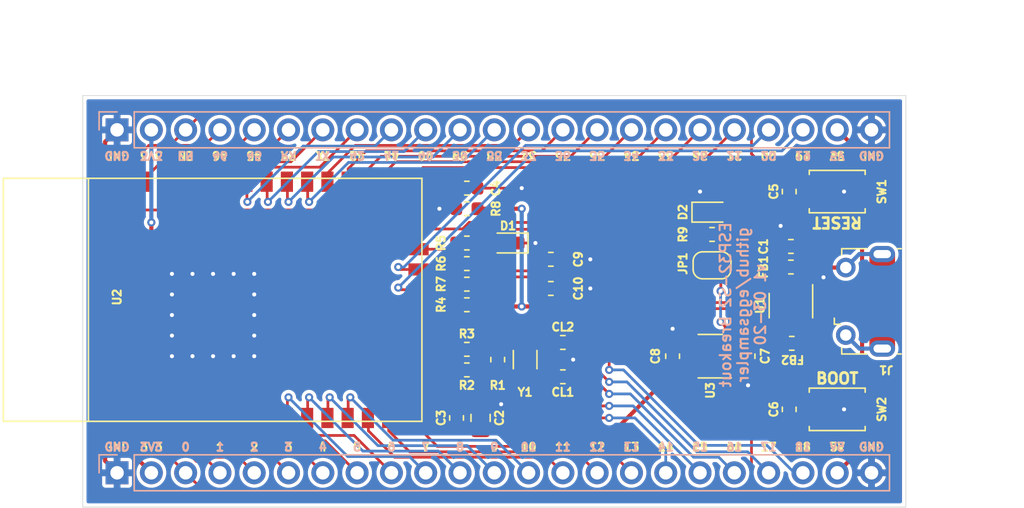
<source format=kicad_pcb>
(kicad_pcb (version 20171130) (host pcbnew "(5.1.5)-3")
  (layers (0 F.Cu signal) (31 B.Cu signal) (34 B.Paste user) (35 F.Paste user) (36 B.SilkS user) (37 F.SilkS user) (38 B.Mask user) (39 F.Mask user) (44 Edge.Cuts user))
  (net 0 "")
  (net 1 /IO0)
  (net 2 GND)
  (net 3 VBUS)
  (net 4 +3V3)
  (net 5 /EN)
  (net 6 "Net-(CL1-Pad1)")
  (net 7 "Net-(CL2-Pad1)")
  (net 8 /USB_D+)
  (net 9 "Net-(J1-Pad4)")
  (net 10 /USB_D-)
  (net 11 /IO18)
  (net 12 /IO17)
  (net 13 /IO16)
  (net 14 /IO15)
  (net 15 /IO14)
  (net 16 /IO13)
  (net 17 /IO12)
  (net 18 /IO11)
  (net 19 /IO10)
  (net 20 /IO9)
  (net 21 /IO8)
  (net 22 /IO7)
  (net 23 /IO6)
  (net 24 /IO5)
  (net 25 /IO4)
  (net 26 /IO3)
  (net 27 /IO2)
  (net 28 /IO1)
  (net 29 /IO19)
  (net 30 /IO20)
  (net 31 /IO21)
  (net 32 /IO26)
  (net 33 /IO33)
  (net 34 /IO34)
  (net 35 /IO35)
  (net 36 /IO36)
  (net 37 /IO37)
  (net 38 /IO38)
  (net 39 /IO39)
  (net 40 /IO40)
  (net 41 /IO41)
  (net 42 /IO42)
  (net 43 /TXD0)
  (net 44 /RXD0)
  (net 45 /IO45)
  (net 46 /IO46)
  (net 47 "Net-(D1-Pad2)")
  (net 48 "Net-(C1-Pad1)")
  (net 49 "Net-(J1-Pad3)")
  (net 50 "Net-(J1-Pad2)")
  (net 51 "Net-(U3-Pad4)")
  (net 52 "Net-(D2-Pad2)")
  (net 53 "Net-(JP1-Pad2)")
  (net 54 +5V)
  (module Connector_PinHeader_2.54mm:PinHeader_1x23_P2.54mm_Vertical (layer B.Cu) (at 119.38 86.36 270)
    (fp_text reference J3 hide)
    (fp_text value Conn_01x23)
    (pad 23 thru_hole oval (at 0 -55.88 270) (size 1.7 1.7) (drill 1) (layers *.Cu *.Mask) (net 2 GND))
    (pad 22 thru_hole oval (at 0 -53.34 270) (size 1.7 1.7) (drill 1) (layers *.Cu *.Mask) (net 54 +5V))
    (pad 21 thru_hole oval (at 0 -50.8 270) (size 1.7 1.7) (drill 1) (layers *.Cu *.Mask) (net 29 /IO19))
    (pad 20 thru_hole oval (at 0 -48.26 270) (size 1.7 1.7) (drill 1) (layers *.Cu *.Mask) (net 30 /IO20))
    (pad 19 thru_hole oval (at 0 -45.72 270) (size 1.7 1.7) (drill 1) (layers *.Cu *.Mask) (net 31 /IO21))
    (pad 18 thru_hole oval (at 0 -43.18 270) (size 1.7 1.7) (drill 1) (layers *.Cu *.Mask) (net 32 /IO26))
    (pad 17 thru_hole oval (at 0 -40.64 270) (size 1.7 1.7) (drill 1) (layers *.Cu *.Mask) (net 33 /IO33))
    (pad 16 thru_hole oval (at 0 -38.1 270) (size 1.7 1.7) (drill 1) (layers *.Cu *.Mask) (net 34 /IO34))
    (pad 15 thru_hole oval (at 0 -35.56 270) (size 1.7 1.7) (drill 1) (layers *.Cu *.Mask) (net 35 /IO35))
    (pad 14 thru_hole oval (at 0 -33.02 270) (size 1.7 1.7) (drill 1) (layers *.Cu *.Mask) (net 36 /IO36))
    (pad 13 thru_hole oval (at 0 -30.48 270) (size 1.7 1.7) (drill 1) (layers *.Cu *.Mask) (net 37 /IO37))
    (pad 12 thru_hole oval (at 0 -27.94 270) (size 1.7 1.7) (drill 1) (layers *.Cu *.Mask) (net 38 /IO38))
    (pad 11 thru_hole oval (at 0 -25.4 270) (size 1.7 1.7) (drill 1) (layers *.Cu *.Mask) (net 39 /IO39))
    (pad 10 thru_hole oval (at 0 -22.86 270) (size 1.7 1.7) (drill 1) (layers *.Cu *.Mask) (net 40 /IO40))
    (pad 9 thru_hole oval (at 0 -20.32 270) (size 1.7 1.7) (drill 1) (layers *.Cu *.Mask) (net 41 /IO41))
    (pad 8 thru_hole oval (at 0 -17.78 270) (size 1.7 1.7) (drill 1) (layers *.Cu *.Mask) (net 42 /IO42))
    (pad 7 thru_hole oval (at 0 -15.24 270) (size 1.7 1.7) (drill 1) (layers *.Cu *.Mask) (net 43 /TXD0))
    (pad 6 thru_hole oval (at 0 -12.7 270) (size 1.7 1.7) (drill 1) (layers *.Cu *.Mask) (net 44 /RXD0))
    (pad 5 thru_hole oval (at 0 -10.16 270) (size 1.7 1.7) (drill 1) (layers *.Cu *.Mask) (net 45 /IO45))
    (pad 4 thru_hole oval (at 0 -7.62 270) (size 1.7 1.7) (drill 1) (layers *.Cu *.Mask) (net 46 /IO46))
    (pad 3 thru_hole oval (at 0 -5.08 270) (size 1.7 1.7) (drill 1) (layers *.Cu *.Mask) (net 5 /EN))
    (pad 2 thru_hole oval (at 0 -2.54 270) (size 1.7 1.7) (drill 1) (layers *.Cu *.Mask) (net 4 +3V3))
    (pad 1 thru_hole rect (at 0 0 270) (size 1.7 1.7) (drill 1) (layers *.Cu *.Mask) (net 2 GND))
  )
  (module Connector_PinHeader_2.54mm:PinHeader_1x23_P2.54mm_Vertical (layer B.Cu) (at 119.38 111.76 270)
    (fp_text reference e1 hide)
    (fp_text value Conn_01x23)
    (pad 23 thru_hole oval (at 0 -55.88 270) (size 1.7 1.7) (drill 1) (layers *.Cu *.Mask) (net 2 GND))
    (pad 22 thru_hole oval (at 0 -53.34 270) (size 1.7 1.7) (drill 1) (layers *.Cu *.Mask) (net 54 +5V))
    (pad 21 thru_hole oval (at 0 -50.8 270) (size 1.7 1.7) (drill 1) (layers *.Cu *.Mask) (net 11 /IO18))
    (pad 20 thru_hole oval (at 0 -48.26 270) (size 1.7 1.7) (drill 1) (layers *.Cu *.Mask) (net 12 /IO17))
    (pad 19 thru_hole oval (at 0 -45.72 270) (size 1.7 1.7) (drill 1) (layers *.Cu *.Mask) (net 13 /IO16))
    (pad 18 thru_hole oval (at 0 -43.18 270) (size 1.7 1.7) (drill 1) (layers *.Cu *.Mask) (net 14 /IO15))
    (pad 17 thru_hole oval (at 0 -40.64 270) (size 1.7 1.7) (drill 1) (layers *.Cu *.Mask) (net 15 /IO14))
    (pad 16 thru_hole oval (at 0 -38.1 270) (size 1.7 1.7) (drill 1) (layers *.Cu *.Mask) (net 16 /IO13))
    (pad 15 thru_hole oval (at 0 -35.56 270) (size 1.7 1.7) (drill 1) (layers *.Cu *.Mask) (net 17 /IO12))
    (pad 14 thru_hole oval (at 0 -33.02 270) (size 1.7 1.7) (drill 1) (layers *.Cu *.Mask) (net 18 /IO11))
    (pad 13 thru_hole oval (at 0 -30.48 270) (size 1.7 1.7) (drill 1) (layers *.Cu *.Mask) (net 19 /IO10))
    (pad 12 thru_hole oval (at 0 -27.94 270) (size 1.7 1.7) (drill 1) (layers *.Cu *.Mask) (net 20 /IO9))
    (pad 11 thru_hole oval (at 0 -25.4 270) (size 1.7 1.7) (drill 1) (layers *.Cu *.Mask) (net 21 /IO8))
    (pad 10 thru_hole oval (at 0 -22.86 270) (size 1.7 1.7) (drill 1) (layers *.Cu *.Mask) (net 22 /IO7))
    (pad 9 thru_hole oval (at 0 -20.32 270) (size 1.7 1.7) (drill 1) (layers *.Cu *.Mask) (net 23 /IO6))
    (pad 8 thru_hole oval (at 0 -17.78 270) (size 1.7 1.7) (drill 1) (layers *.Cu *.Mask) (net 24 /IO5))
    (pad 7 thru_hole oval (at 0 -15.24 270) (size 1.7 1.7) (drill 1) (layers *.Cu *.Mask) (net 25 /IO4))
    (pad 6 thru_hole oval (at 0 -12.7 270) (size 1.7 1.7) (drill 1) (layers *.Cu *.Mask) (net 26 /IO3))
    (pad 5 thru_hole oval (at 0 -10.16 270) (size 1.7 1.7) (drill 1) (layers *.Cu *.Mask) (net 27 /IO2))
    (pad 4 thru_hole oval (at 0 -7.62 270) (size 1.7 1.7) (drill 1) (layers *.Cu *.Mask) (net 28 /IO1))
    (pad 3 thru_hole oval (at 0 -5.08 270) (size 1.7 1.7) (drill 1) (layers *.Cu *.Mask) (net 1 /IO0))
    (pad 2 thru_hole oval (at 0 -2.54 270) (size 1.7 1.7) (drill 1) (layers *.Cu *.Mask) (net 4 +3V3))
    (pad 1 thru_hole rect (at 0 0 270) (size 1.7 1.7) (drill 1) (layers *.Cu *.Mask) (net 2 GND))
  )
  (module Jumper:SolderJumper-2_P1.3mm_Bridged_RoundedPad1.0x1.5mm (layer F.Cu) (at 163.449 96.393 180)
    (fp_text reference JP1 (at 2.159 0.127 270) (layer F.SilkS) (effects (font (size 0.6 0.6))))
    (fp_text value SolderJumper_2_Bridged)
    (fp_poly (pts (xy 0.25 -0.3) (xy -0.25 -0.3) (xy -0.25 0.3) (xy 0.25 0.3)) (layer F.Cu) (width 0.2))
    (pad 1 smd custom (at -0.65 0 180) (size 1 0.5) (layers F.Cu F.Mask) (net 3 VBUS) (options (clearance outline) (anchor rect)) (primitives (gr_circle (center 0 0.25) (end 0.5 0.25) (width 0)) (gr_circle (center 0 -0.25) (end 0.5 -0.25) (width 0)) (gr_poly (pts (xy 0 -0.75) (xy 0.5 -0.75) (xy 0.5 0.75) (xy 0 0.75)) (width 0))))
    (pad 2 smd custom (at 0.65 0 180) (size 1 0.5) (layers F.Cu F.Mask) (net 53 "Net-(JP1-Pad2)") (options (clearance outline) (anchor rect)) (primitives (gr_circle (center 0 0.25) (end 0.5 0.25) (width 0)) (gr_circle (center 0 -0.25) (end 0.5 -0.25) (width 0)) (gr_poly (pts (xy 0 -0.75) (xy -0.5 -0.75) (xy -0.5 0.75) (xy 0 0.75)) (width 0))))
  )
  (module Resistor_SMD:R_0603_1608Metric (layer F.Cu) (at 163.449 94.107)
    (fp_text reference R9 (at -2.159 0 90 unlocked) (layer F.SilkS) (effects (font (size 0.6 0.6))))
    (fp_text value 1.6k)
    (pad 2 smd roundrect (at 0.7875 0) (size 0.875 0.95) (layers F.Cu F.Paste F.Mask) (net 52 "Net-(D2-Pad2)"))
    (pad 1 smd roundrect (at -0.7875 0) (size 0.875 0.95) (layers F.Cu F.Paste F.Mask) (net 53 "Net-(JP1-Pad2)"))
  )
  (module LED_SMD:LED_0603_1608Metric (layer F.Cu) (at 163.449 92.456)
    (fp_text reference D2 (at -2.159 0 90 unlocked) (layer F.SilkS) (effects (font (size 0.6 0.6))))
    (fp_text value LED)
    (pad 1 smd roundrect (at -0.7875 0) (size 0.875 0.95) (layers F.Cu F.Paste F.Mask) (net 2 GND))
    (pad 2 smd roundrect (at 0.7875 0) (size 0.875 0.95) (layers F.Cu F.Paste F.Mask) (net 52 "Net-(D2-Pad2)"))
  )
  (module Capacitor_SMD:C_0603_1608Metric (layer F.Cu) (at 151.511 98.1075)
    (fp_text reference C10 (at 2.032 0 90) (layer F.SilkS) (effects (font (size 0.6 0.6))))
    (fp_text value 20p)
    (pad 2 smd roundrect (at 0.7875 0) (size 0.875 0.95) (layers F.Cu F.Paste F.Mask) (net 2 GND))
    (pad 1 smd roundrect (at -0.7875 0) (size 0.875 0.95) (layers F.Cu F.Paste F.Mask) (net 10 /USB_D-))
  )
  (module Capacitor_SMD:C_0603_1608Metric (layer F.Cu) (at 151.511 95.9485 180)
    (fp_text reference C9 (at -2.032 0 90) (layer F.SilkS) (effects (font (size 0.6 0.6))))
    (fp_text value 20p)
    (pad 2 smd roundrect (at 0.7875 0 180) (size 0.875 0.95) (layers F.Cu F.Paste F.Mask) (net 8 /USB_D+))
    (pad 1 smd roundrect (at -0.7875 0 180) (size 0.875 0.95) (layers F.Cu F.Paste F.Mask) (net 2 GND))
  )
  (module Package_TO_SOT_SMD:SOT-23-6 (layer F.Cu) (at 169.291 99.3775 270)
    (fp_text reference U1 (at 0 2.286 90) (layer F.SilkS) (effects (font (size 0.6 0.6))))
    (fp_text value USBLC6-2SC6)
    (pad 5 smd rect (at 1.1 0 270) (size 1.06 0.65) (layers F.Cu F.Paste F.Mask) (net 3 VBUS))
    (pad 6 smd rect (at 1.1 -0.95 270) (size 1.06 0.65) (layers F.Cu F.Paste F.Mask) (net 50 "Net-(J1-Pad2)"))
    (pad 4 smd rect (at 1.1 0.95 270) (size 1.06 0.65) (layers F.Cu F.Paste F.Mask) (net 10 /USB_D-))
    (pad 3 smd rect (at -1.1 0.95 270) (size 1.06 0.65) (layers F.Cu F.Paste F.Mask) (net 8 /USB_D+))
    (pad 2 smd rect (at -1.1 0 270) (size 1.06 0.65) (layers F.Cu F.Paste F.Mask) (net 2 GND))
    (pad 1 smd rect (at -1.1 -0.95 270) (size 1.06 0.65) (layers F.Cu F.Paste F.Mask) (net 49 "Net-(J1-Pad3)"))
  )
  (module Inductor_SMD:L_0603_1608Metric (layer F.Cu) (at 169.291 96.52)
    (fp_text reference FB1 (at -2.032 0 90) (layer F.SilkS) (effects (font (size 0.6 0.6))))
    (fp_text value >1A)
    (pad 2 smd roundrect (at 0.7875 0) (size 0.875 0.95) (layers F.Cu F.Paste F.Mask) (net 48 "Net-(C1-Pad1)"))
    (pad 1 smd roundrect (at -0.7875 0) (size 0.875 0.95) (layers F.Cu F.Paste F.Mask) (net 2 GND))
  )
  (module Capacitor_SMD:C_0603_1608Metric (layer F.Cu) (at 169.291 94.996 180)
    (fp_text reference C1 (at 2.032 0 270) (layer F.SilkS) (effects (font (size 0.6 0.6))))
    (fp_text value 0.1u)
    (pad 2 smd roundrect (at 0.7875 0 180) (size 0.875 0.95) (layers F.Cu F.Paste F.Mask) (net 2 GND))
    (pad 1 smd roundrect (at -0.7875 0 180) (size 0.875 0.95) (layers F.Cu F.Paste F.Mask) (net 48 "Net-(C1-Pad1)"))
  )
  (module ESP32-S2-WROOM:ESP32-S2-WROOM (layer F.Cu) (at 110.96 107.95 90)
    (fp_text reference U2 (at 9.2 8.42 90) (layer F.SilkS) (effects (font (size 0.6 0.6))))
    (fp_text value ESP32-S2-WROOM)
    (pad 1 smd rect (at 0.25 7.5 90) (size 1.5 0.9) (layers F.Cu F.Paste F.Mask) (net 2 GND))
    (pad 2 smd rect (at 0.25 9 90) (size 1.5 0.9) (layers F.Cu F.Paste F.Mask) (net 4 +3V3))
    (pad 4 smd rect (at 0.25 12 90) (size 1.5 0.9) (layers F.Cu F.Paste F.Mask) (net 28 /IO1))
    (pad 3 smd rect (at 0.25 10.5 90) (size 1.5 0.9) (layers F.Cu F.Paste F.Mask) (net 1 /IO0))
    (pad 6 smd rect (at 0.25 15 90) (size 1.5 0.9) (layers F.Cu F.Paste F.Mask) (net 26 /IO3))
    (pad 5 smd rect (at 0.25 13.5 90) (size 1.5 0.9) (layers F.Cu F.Paste F.Mask) (net 27 /IO2))
    (pad 8 smd rect (at 0.25 18 90) (size 1.5 0.9) (layers F.Cu F.Paste F.Mask) (net 24 /IO5))
    (pad 7 smd rect (at 0.25 16.5 90) (size 1.5 0.9) (layers F.Cu F.Paste F.Mask) (net 25 /IO4))
    (pad 10 smd rect (at 0.25 21 90) (size 1.5 0.9) (layers F.Cu F.Paste F.Mask) (net 22 /IO7))
    (pad 9 smd rect (at 0.25 19.5 90) (size 1.5 0.9) (layers F.Cu F.Paste F.Mask) (net 23 /IO6))
    (pad 12 smd rect (at 0.25 24 90) (size 1.5 0.9) (layers F.Cu F.Paste F.Mask) (net 20 /IO9))
    (pad 11 smd rect (at 0.25 22.5 90) (size 1.5 0.9) (layers F.Cu F.Paste F.Mask) (net 21 /IO8))
    (pad 14 smd rect (at 0.25 27 90) (size 1.5 0.9) (layers F.Cu F.Paste F.Mask) (net 18 /IO11))
    (pad 13 smd rect (at 0.25 25.5 90) (size 1.5 0.9) (layers F.Cu F.Paste F.Mask) (net 19 /IO10))
    (pad 16 smd rect (at 0.25 30 90) (size 1.5 0.9) (layers F.Cu F.Paste F.Mask) (net 16 /IO13))
    (pad 15 smd rect (at 0.25 28.5 90) (size 1.5 0.9) (layers F.Cu F.Paste F.Mask) (net 17 /IO12))
    (pad 17 smd rect (at 2.25 30.75 180) (size 1.5 0.9) (layers F.Cu F.Paste F.Mask) (net 15 /IO14))
    (pad 18 smd rect (at 3.75 30.75 180) (size 1.5 0.9) (layers F.Cu F.Paste F.Mask) (net 14 /IO15))
    (pad 20 smd rect (at 6.75 30.75 180) (size 1.5 0.9) (layers F.Cu F.Paste F.Mask) (net 12 /IO17))
    (pad 19 smd rect (at 5.25 30.75 180) (size 1.5 0.9) (layers F.Cu F.Paste F.Mask) (net 13 /IO16))
    (pad 22 smd rect (at 9.75 30.75 180) (size 1.5 0.9) (layers F.Cu F.Paste F.Mask) (net 29 /IO19))
    (pad 21 smd rect (at 8.25 30.75 180) (size 1.5 0.9) (layers F.Cu F.Paste F.Mask) (net 11 /IO18))
    (pad 24 smd rect (at 12.75 30.75 180) (size 1.5 0.9) (layers F.Cu F.Paste F.Mask) (net 31 /IO21))
    (pad 23 smd rect (at 11.25 30.75 180) (size 1.5 0.9) (layers F.Cu F.Paste F.Mask) (net 30 /IO20))
    (pad 26 smd rect (at 15.75 30.75 180) (size 1.5 0.9) (layers F.Cu F.Paste F.Mask) (net 2 GND))
    (pad 25 smd rect (at 14.25 30.75 180) (size 1.5 0.9) (layers F.Cu F.Paste F.Mask) (net 32 /IO26))
    (pad 40 smd rect (at 17.75 10.5 90) (size 1.5 0.9) (layers F.Cu F.Paste F.Mask) (net 46 /IO46))
    (pad 39 smd rect (at 17.75 12 90) (size 1.5 0.9) (layers F.Cu F.Paste F.Mask) (net 45 /IO45))
    (pad 35 smd rect (at 17.75 18 90) (size 1.5 0.9) (layers F.Cu F.Paste F.Mask) (net 41 /IO41))
    (pad 33 smd rect (at 17.75 21 90) (size 1.5 0.9) (layers F.Cu F.Paste F.Mask) (net 39 /IO39))
    (pad 36 smd rect (at 17.75 16.5 90) (size 1.5 0.9) (layers F.Cu F.Paste F.Mask) (net 42 /IO42))
    (pad 38 smd rect (at 17.75 13.5 90) (size 1.5 0.9) (layers F.Cu F.Paste F.Mask) (net 44 /RXD0))
    (pad 29 smd rect (at 17.75 27 90) (size 1.5 0.9) (layers F.Cu F.Paste F.Mask) (net 35 /IO35))
    (pad 37 smd rect (at 17.75 15 90) (size 1.5 0.9) (layers F.Cu F.Paste F.Mask) (net 43 /TXD0))
    (pad 32 smd rect (at 17.75 22.5 90) (size 1.5 0.9) (layers F.Cu F.Paste F.Mask) (net 38 /IO38))
    (pad 28 smd rect (at 17.75 28.5 90) (size 1.5 0.9) (layers F.Cu F.Paste F.Mask) (net 34 /IO34))
    (pad 34 smd rect (at 17.75 19.5 90) (size 1.5 0.9) (layers F.Cu F.Paste F.Mask) (net 40 /IO40))
    (pad 30 smd rect (at 17.75 25.5 90) (size 1.5 0.9) (layers F.Cu F.Paste F.Mask) (net 36 /IO36))
    (pad 41 smd rect (at 17.75 9 90) (size 1.5 0.9) (layers F.Cu F.Paste F.Mask) (net 5 /EN))
    (pad 27 smd rect (at 17.75 30 90) (size 1.5 0.9) (layers F.Cu F.Paste F.Mask) (net 33 /IO33))
    (pad 42 smd rect (at 17.75 7.5 90) (size 1.5 0.9) (layers F.Cu F.Paste F.Mask) (net 2 GND))
    (pad 31 smd rect (at 17.75 24 90) (size 1.5 0.9) (layers F.Cu F.Paste F.Mask) (net 37 /IO37))
    (pad 43 smd rect (at 7.81 15.55 90) (size 1.1 1.1) (layers F.Cu F.Paste F.Mask) (net 2 GND))
    (pad 43 smd rect (at 7.81 14.05 90) (size 1.1 1.1) (layers F.Cu F.Paste F.Mask) (net 2 GND))
    (pad 43 smd rect (at 7.81 17.05 90) (size 1.1 1.1) (layers F.Cu F.Paste F.Mask) (net 2 GND))
    (pad 43 smd rect (at 9.31 17.05 90) (size 1.1 1.1) (layers F.Cu F.Paste F.Mask) (net 2 GND))
    (pad 43 smd rect (at 9.31 15.55 90) (size 1.1 1.1) (layers F.Cu F.Paste F.Mask) (net 2 GND))
    (pad 43 smd rect (at 9.31 14.05 90) (size 1.1 1.1) (layers F.Cu F.Paste F.Mask) (net 2 GND))
    (pad 43 smd rect (at 6.31 17.05 90) (size 1.1 1.1) (layers F.Cu F.Paste F.Mask) (net 2 GND))
    (pad 43 smd rect (at 6.31 15.55 90) (size 1.1 1.1) (layers F.Cu F.Paste F.Mask) (net 2 GND))
    (pad 43 smd rect (at 6.31 14.05 90) (size 1.1 1.1) (layers F.Cu F.Paste F.Mask) (net 2 GND))
  )
  (module Resistor_SMD:R_0603_1608Metric (layer F.Cu) (at 145.288 94.742 180)
    (fp_text reference R5 (at 1.905 0 270) (layer F.SilkS) (effects (font (size 0.6 0.6))))
    (fp_text value 750r)
    (pad 2 smd roundrect (at 0.7875 0 180) (size 0.875 0.95) (layers F.Cu F.Paste F.Mask) (net 31 /IO21))
    (pad 1 smd roundrect (at -0.7875 0 180) (size 0.875 0.95) (layers F.Cu F.Paste F.Mask) (net 47 "Net-(D1-Pad2)"))
  )
  (module LED_SMD:LED_0603_1608Metric (layer F.Cu) (at 148.336 94.742 180)
    (fp_text reference D1 (at 0 1.27) (layer F.SilkS) (effects (font (size 0.6 0.6))))
    (fp_text value LED)
    (pad 2 smd roundrect (at 0.7875 0 180) (size 0.875 0.95) (layers F.Cu F.Paste F.Mask) (net 47 "Net-(D1-Pad2)"))
    (pad 1 smd roundrect (at -0.7875 0 180) (size 0.875 0.95) (layers F.Cu F.Paste F.Mask) (net 2 GND))
  )
  (module Button_Switch_SMD:SW_Push_SPST_NO_Alps_SKRK (layer F.Cu) (at 172.72 107.061 180)
    (fp_text reference SW2 (at -3.302 0 270) (layer F.SilkS) (effects (font (size 0.6 0.6))))
    (fp_text value Boot)
    (pad 1 smd roundrect (at -2.1 0 180) (size 0.8 2) (layers F.Cu F.Paste F.Mask) (net 2 GND))
    (pad 2 smd roundrect (at 2.1 0 180) (size 0.8 2) (layers F.Cu F.Paste F.Mask) (net 1 /IO0))
  )
  (module Button_Switch_SMD:SW_Push_SPST_NO_Alps_SKRK (layer F.Cu) (at 172.72 90.932 180)
    (fp_text reference SW1 (at -3.302 0 270) (layer F.SilkS) (effects (font (size 0.6 0.6))))
    (fp_text value Reset)
    (pad 1 smd roundrect (at -2.1 0 180) (size 0.8 2) (layers F.Cu F.Paste F.Mask) (net 2 GND))
    (pad 2 smd roundrect (at 2.1 0 180) (size 0.8 2) (layers F.Cu F.Paste F.Mask) (net 5 /EN))
  )
  (module Crystal:Crystal_SMD_3215-2Pin_3.2x1.5mm (layer F.Cu) (at 149.606 103.378 270)
    (fp_text reference Y1 (at 2.413 0) (layer F.SilkS) (effects (font (size 0.6 0.6))))
    (fp_text value 32.768KHz)
    (pad 2 smd rect (at -1.25 0 270) (size 1 1.8) (layers F.Cu F.Paste F.Mask) (net 7 "Net-(CL2-Pad1)"))
    (pad 1 smd rect (at 1.25 0 270) (size 1 1.8) (layers F.Cu F.Paste F.Mask) (net 6 "Net-(CL1-Pad1)"))
  )
  (module Package_TO_SOT_SMD:SOT-23-5 (layer F.Cu) (at 163.322 103.124 180)
    (fp_text reference U3 (at 0 -2.54 90 unlocked) (layer F.SilkS) (effects (font (size 0.6 0.6))))
    (fp_text value XC6220B331MR)
    (pad 5 smd rect (at 1.1 -0.95 180) (size 1.06 0.65) (layers F.Cu F.Paste F.Mask) (net 4 +3V3))
    (pad 4 smd rect (at 1.1 0.95 180) (size 1.06 0.65) (layers F.Cu F.Paste F.Mask) (net 51 "Net-(U3-Pad4)"))
    (pad 3 smd rect (at -1.1 0.95 180) (size 1.06 0.65) (layers F.Cu F.Paste F.Mask) (net 3 VBUS))
    (pad 2 smd rect (at -1.1 0 180) (size 1.06 0.65) (layers F.Cu F.Paste F.Mask) (net 2 GND))
    (pad 1 smd rect (at -1.1 -0.95 180) (size 1.06 0.65) (layers F.Cu F.Paste F.Mask) (net 3 VBUS))
  )
  (module Resistor_SMD:R_0603_1608Metric (layer F.Cu) (at 145.288 92.202 180)
    (fp_text reference R8 (at -2.159 0 90) (layer F.SilkS) (effects (font (size 0.6 0.6))))
    (fp_text value 10k)
    (pad 2 smd roundrect (at 0.7875 0 180) (size 0.875 0.95) (layers F.Cu F.Paste F.Mask) (net 5 /EN))
    (pad 1 smd roundrect (at -0.7875 0 180) (size 0.875 0.95) (layers F.Cu F.Paste F.Mask) (net 4 +3V3))
  )
  (module Resistor_SMD:R_0603_1608Metric (layer F.Cu) (at 145.288 97.79 180)
    (fp_text reference R7 (at 1.905 0 270) (layer F.SilkS) (effects (font (size 0.6 0.6))))
    (fp_text value 22r)
    (pad 2 smd roundrect (at 0.7875 0 180) (size 0.875 0.95) (layers F.Cu F.Paste F.Mask) (net 29 /IO19))
    (pad 1 smd roundrect (at -0.7875 0 180) (size 0.875 0.95) (layers F.Cu F.Paste F.Mask) (net 10 /USB_D-))
  )
  (module Resistor_SMD:R_0603_1608Metric (layer F.Cu) (at 145.288 96.266 180)
    (fp_text reference R6 (at 1.905 0 90) (layer F.SilkS) (effects (font (size 0.6 0.6))))
    (fp_text value 22r)
    (pad 2 smd roundrect (at 0.7875 0 180) (size 0.875 0.95) (layers F.Cu F.Paste F.Mask) (net 30 /IO20))
    (pad 1 smd roundrect (at -0.7875 0 180) (size 0.875 0.95) (layers F.Cu F.Paste F.Mask) (net 8 /USB_D+))
  )
  (module Resistor_SMD:R_0603_1608Metric (layer F.Cu) (at 145.288 99.314 180)
    (fp_text reference R4 (at 1.905 0 270) (layer F.SilkS) (effects (font (size 0.6 0.6))))
    (fp_text value 10k)
    (pad 2 smd roundrect (at 0.7875 0 180) (size 0.875 0.95) (layers F.Cu F.Paste F.Mask) (net 11 /IO18))
    (pad 1 smd roundrect (at -0.7875 0 180) (size 0.875 0.95) (layers F.Cu F.Paste F.Mask) (net 4 +3V3))
  )
  (module Resistor_SMD:R_0603_1608Metric (layer F.Cu) (at 145.288 102.616)
    (fp_text reference R3 (at 0 -1.143 unlocked) (layer F.SilkS) (effects (font (size 0.6 0.6))))
    (fp_text value "220r 1%")
    (pad 2 smd roundrect (at 0.7875 0) (size 0.875 0.95) (layers F.Cu F.Paste F.Mask) (net 7 "Net-(CL2-Pad1)"))
    (pad 1 smd roundrect (at -0.7875 0) (size 0.875 0.95) (layers F.Cu F.Paste F.Mask) (net 13 /IO16))
  )
  (module Resistor_SMD:R_0603_1608Metric (layer F.Cu) (at 145.288 104.14 180)
    (fp_text reference R2 (at 0 -1.143) (layer F.SilkS) (effects (font (size 0.6 0.6))))
    (fp_text value "220r 1%")
    (pad 2 smd roundrect (at 0.7875 0 180) (size 0.875 0.95) (layers F.Cu F.Paste F.Mask) (net 14 /IO15))
    (pad 1 smd roundrect (at -0.7875 0 180) (size 0.875 0.95) (layers F.Cu F.Paste F.Mask) (net 6 "Net-(CL1-Pad1)"))
  )
  (module Resistor_SMD:R_0603_1608Metric (layer F.Cu) (at 147.574 103.378 270)
    (fp_text reference R1 (at 1.905 0) (layer F.SilkS) (effects (font (size 0.6 0.6))))
    (fp_text value N/C)
    (pad 2 smd roundrect (at 0.7875 0 270) (size 0.875 0.95) (layers F.Cu F.Paste F.Mask) (net 6 "Net-(CL1-Pad1)"))
    (pad 1 smd roundrect (at -0.7875 0 270) (size 0.875 0.95) (layers F.Cu F.Paste F.Mask) (net 7 "Net-(CL2-Pad1)"))
  )
  (module Connector_USB:USB_Micro-B_Molex-105017-0001 (layer F.Cu) (at 174.8175 99.06 90)
    (fp_text reference J1 (at -5.08 1.524 180 unlocked) (layer F.SilkS) (effects (font (size 0.6 0.6))))
    (fp_text value USB_B_Micro)
    (pad 6 smd rect (at -2.9 1.2375 90) (size 1.2 1.9) (layers F.Cu F.Mask) (net 48 "Net-(C1-Pad1)"))
    (pad 6 smd rect (at 2.9 1.2375 90) (size 1.2 1.9) (layers F.Cu F.Mask) (net 48 "Net-(C1-Pad1)"))
    (pad 6 thru_hole oval (at 3.5 1.2375 90) (size 1.2 1.9) (drill oval 0.6 1.3) (layers *.Cu *.Mask) (net 48 "Net-(C1-Pad1)"))
    (pad 6 thru_hole oval (at -3.5 1.2375 270) (size 1.2 1.9) (drill oval 0.6 1.3) (layers *.Cu *.Mask) (net 48 "Net-(C1-Pad1)"))
    (pad 6 smd rect (at -1 1.2375 90) (size 1.5 1.9) (layers F.Cu F.Paste F.Mask) (net 48 "Net-(C1-Pad1)"))
    (pad 6 thru_hole circle (at 2.5 -1.4625 90) (size 1.45 1.45) (drill 0.85) (layers *.Cu *.Mask) (net 48 "Net-(C1-Pad1)"))
    (pad 3 smd rect (at 0 -1.4625 90) (size 0.4 1.35) (layers F.Cu F.Paste F.Mask) (net 49 "Net-(J1-Pad3)"))
    (pad 4 smd rect (at 0.65 -1.4625 90) (size 0.4 1.35) (layers F.Cu F.Paste F.Mask) (net 9 "Net-(J1-Pad4)"))
    (pad 5 smd rect (at 1.3 -1.4625 90) (size 0.4 1.35) (layers F.Cu F.Paste F.Mask) (net 2 GND))
    (pad 1 smd rect (at -1.3 -1.4625 90) (size 0.4 1.35) (layers F.Cu F.Paste F.Mask) (net 54 +5V))
    (pad 2 smd rect (at -0.65 -1.4625 90) (size 0.4 1.35) (layers F.Cu F.Paste F.Mask) (net 50 "Net-(J1-Pad2)"))
    (pad 6 thru_hole circle (at -2.5 -1.4625 90) (size 1.45 1.45) (drill 0.85) (layers *.Cu *.Mask) (net 48 "Net-(C1-Pad1)"))
    (pad 6 smd rect (at 1 1.2375 90) (size 1.5 1.9) (layers F.Cu F.Paste F.Mask) (net 48 "Net-(C1-Pad1)"))
  )
  (module Inductor_SMD:L_0603_1608Metric (layer F.Cu) (at 169.3545 102.1715)
    (fp_text reference FB2 (at 0.0635 1.2065 180 unlocked) (layer F.SilkS) (effects (font (size 0.6 0.6))))
    (fp_text value >1A)
    (pad 2 smd roundrect (at 0.7875 0) (size 0.875 0.95) (layers F.Cu F.Paste F.Mask) (net 54 +5V))
    (pad 1 smd roundrect (at -0.7875 0) (size 0.875 0.95) (layers F.Cu F.Paste F.Mask) (net 3 VBUS))
  )
  (module Capacitor_SMD:C_0603_1608Metric (layer F.Cu) (at 152.4 102.108)
    (fp_text reference CL2 (at 0 -1.143 unlocked) (layer F.SilkS) (effects (font (size 0.6 0.6))))
    (fp_text value "11p C0G")
    (pad 2 smd roundrect (at 0.7875 0) (size 0.875 0.95) (layers F.Cu F.Paste F.Mask) (net 2 GND))
    (pad 1 smd roundrect (at -0.7875 0) (size 0.875 0.95) (layers F.Cu F.Paste F.Mask) (net 7 "Net-(CL2-Pad1)"))
  )
  (module Capacitor_SMD:C_0603_1608Metric (layer F.Cu) (at 152.4 104.648)
    (fp_text reference CL1 (at 0 1.143) (layer F.SilkS) (effects (font (size 0.6 0.6))))
    (fp_text value "11p C0G")
    (pad 2 smd roundrect (at 0.7875 0) (size 0.875 0.95) (layers F.Cu F.Paste F.Mask) (net 2 GND))
    (pad 1 smd roundrect (at -0.7875 0) (size 0.875 0.95) (layers F.Cu F.Paste F.Mask) (net 6 "Net-(CL1-Pad1)"))
  )
  (module Capacitor_SMD:C_0603_1608Metric (layer F.Cu) (at 169.164 107.061 90)
    (fp_text reference C6 (at 0 -1.143 90) (layer F.SilkS) (effects (font (size 0.6 0.6))))
    (fp_text value 0.1u)
    (pad 2 smd roundrect (at 0.7875 0 90) (size 0.875 0.95) (layers F.Cu F.Paste F.Mask) (net 2 GND))
    (pad 1 smd roundrect (at -0.7875 0 90) (size 0.875 0.95) (layers F.Cu F.Paste F.Mask) (net 1 /IO0))
  )
  (module Capacitor_SMD:C_0603_1608Metric (layer F.Cu) (at 169.164 90.932 270)
    (fp_text reference C5 (at 0 1.143 90) (layer F.SilkS) (effects (font (size 0.6 0.6))))
    (fp_text value 0.1u)
    (pad 2 smd roundrect (at 0.7875 0 270) (size 0.875 0.95) (layers F.Cu F.Paste F.Mask) (net 2 GND))
    (pad 1 smd roundrect (at -0.7875 0 270) (size 0.875 0.95) (layers F.Cu F.Paste F.Mask) (net 5 /EN))
  )
  (module Capacitor_SMD:C_0603_1608Metric (layer F.Cu) (at 145.288 90.678)
    (fp_text reference C4 (at 2.159 0 90) (layer F.SilkS) (effects (font (size 0.6 0.6))))
    (fp_text value 0.1u)
    (pad 2 smd roundrect (at 0.7875 0) (size 0.875 0.95) (layers F.Cu F.Paste F.Mask) (net 2 GND))
    (pad 1 smd roundrect (at -0.7875 0) (size 0.875 0.95) (layers F.Cu F.Paste F.Mask) (net 5 /EN))
  )
  (module Capacitor_SMD:C_0603_1608Metric (layer F.Cu) (at 144.526 107.696 90)
    (fp_text reference C3 (at 0 -1.143 90) (layer F.SilkS) (effects (font (size 0.6 0.6))))
    (fp_text value 0.1u)
    (pad 2 smd roundrect (at 0.7875 0 90) (size 0.875 0.95) (layers F.Cu F.Paste F.Mask) (net 2 GND))
    (pad 1 smd roundrect (at -0.7875 0 90) (size 0.875 0.95) (layers F.Cu F.Paste F.Mask) (net 4 +3V3))
  )
  (module Capacitor_SMD:C_0805_2012Metric (layer F.Cu) (at 146.304 107.696 90)
    (fp_text reference C2 (at 0 1.397 90) (layer F.SilkS) (effects (font (size 0.6 0.6))))
    (fp_text value 22u)
    (pad 2 smd roundrect (at 0.9375 0 90) (size 0.975 1.4) (layers F.Cu F.Paste F.Mask) (net 2 GND))
    (pad 1 smd roundrect (at -0.9375 0 90) (size 0.975 1.4) (layers F.Cu F.Paste F.Mask) (net 4 +3V3))
  )
  (module Capacitor_SMD:C_0603_1608Metric (layer F.Cu) (at 160.528 103.124 90)
    (fp_text reference C8 (at 0 -1.27 90) (layer F.SilkS) (effects (font (size 0.6 0.6))))
    (fp_text value 4.7u)
    (pad 2 smd roundrect (at 0.7875 0 90) (size 0.875 0.95) (layers F.Cu F.Paste F.Mask) (net 2 GND))
    (pad 1 smd roundrect (at -0.7875 0 90) (size 0.875 0.95) (layers F.Cu F.Paste F.Mask) (net 4 +3V3))
  )
  (module Capacitor_SMD:C_0603_1608Metric (layer F.Cu) (at 166.116 103.124 270)
    (fp_text reference C7 (at 0 -1.27 90) (layer F.SilkS) (effects (font (size 0.6 0.6))))
    (fp_text value 10u)
    (pad 2 smd roundrect (at 0.7875 0 270) (size 0.875 0.95) (layers F.Cu F.Paste F.Mask) (net 2 GND))
    (pad 1 smd roundrect (at -0.7875 0 270) (size 0.875 0.95) (layers F.Cu F.Paste F.Mask) (net 3 VBUS))
  )
  (gr_text GND (at 175.26 109.855) (layer B.SilkS) (effects (font (size 0.6 0.6)) (justify mirror)))
  (gr_text GND (at 175.26 109.855) (layer F.SilkS) (effects (font (size 0.6 0.6))))
  (gr_text 5V (at 172.72 109.855) (layer B.SilkS) (effects (font (size 0.6 0.6)) (justify mirror)))
  (gr_text 5V (at 172.72 109.855) (layer F.SilkS) (effects (font (size 0.6 0.6))))
  (gr_text GND (at 175.26 88.265 180) (layer B.SilkS) (effects (font (size 0.6 0.6)) (justify mirror)))
  (gr_text GND (at 175.26 88.265 180) (layer F.SilkS) (effects (font (size 0.6 0.6))))
  (gr_text 5V (at 172.72 88.265 180) (layer B.SilkS) (effects (font (size 0.6 0.6)) (justify mirror)))
  (gr_text 5V (at 172.72 88.265 180) (layer F.SilkS) (effects (font (size 0.6 0.6))))
  (gr_text RESET (at 172.72 93.218 180) (layer F.SilkS) (effects (font (size 0.8 0.8) (thickness 0.2))))
  (gr_text BOOT (at 172.72 104.775) (layer F.SilkS) (effects (font (size 0.8 0.8) (thickness 0.2))))
  (gr_text 0 (at 124.46 109.855) (layer B.SilkS) (effects (font (size 0.6 0.6)) (justify mirror)))
  (gr_text 12 (at 154.94 109.855) (layer B.SilkS) (effects (font (size 0.6 0.6)) (justify mirror)))
  (gr_text 11 (at 152.4 109.855) (layer B.SilkS) (effects (font (size 0.6 0.6)) (justify mirror)))
  (gr_text 14 (at 160.02 109.855) (layer B.SilkS) (effects (font (size 0.6 0.6)) (justify mirror)))
  (gr_text 13 (at 157.48 109.855) (layer B.SilkS) (effects (font (size 0.6 0.6)) (justify mirror)))
  (gr_text 9 (at 147.32 109.855) (layer B.SilkS) (effects (font (size 0.6 0.6)) (justify mirror)))
  (gr_text 2 (at 129.54 109.855) (layer B.SilkS) (effects (font (size 0.6 0.6)) (justify mirror)))
  (gr_text 8 (at 144.78 109.855) (layer B.SilkS) (effects (font (size 0.6 0.6)) (justify mirror)))
  (gr_text 15 (at 162.56 109.855) (layer B.SilkS) (effects (font (size 0.6 0.6)) (justify mirror)))
  (gr_text 18 (at 170.18 109.855) (layer B.SilkS) (effects (font (size 0.6 0.6)) (justify mirror)))
  (gr_text 3 (at 132.08 109.855) (layer B.SilkS) (effects (font (size 0.6 0.6)) (justify mirror)))
  (gr_text GND (at 119.38 109.855) (layer B.SilkS) (effects (font (size 0.6 0.6)) (justify mirror)))
  (gr_text 3V3 (at 121.92 109.855) (layer B.SilkS) (effects (font (size 0.6 0.6)) (justify mirror)))
  (gr_text 1 (at 127 109.855) (layer B.SilkS) (effects (font (size 0.6 0.6)) (justify mirror)))
  (gr_text 10 (at 149.86 109.855) (layer B.SilkS) (effects (font (size 0.6 0.6)) (justify mirror)))
  (gr_text 4 (at 134.62 109.855) (layer B.SilkS) (effects (font (size 0.6 0.6)) (justify mirror)))
  (gr_text 5 (at 137.16 109.855) (layer B.SilkS) (effects (font (size 0.6 0.6)) (justify mirror)))
  (gr_text 6 (at 139.7 109.855) (layer B.SilkS) (effects (font (size 0.6 0.6)) (justify mirror)))
  (gr_text 7 (at 142.24 109.855) (layer B.SilkS) (effects (font (size 0.6 0.6)) (justify mirror)))
  (gr_text 17 (at 167.64 109.855) (layer B.SilkS) (effects (font (size 0.6 0.6)) (justify mirror)))
  (gr_text 16 (at 165.1 109.855) (layer B.SilkS) (effects (font (size 0.6 0.6)) (justify mirror)))
  (gr_text EN (at 124.46 88.265 180) (layer B.SilkS) (effects (font (size 0.6 0.6)) (justify mirror)))
  (gr_text 39 (at 144.78 88.265 180) (layer B.SilkS) (effects (font (size 0.6 0.6)) (justify mirror)))
  (gr_text 36 (at 152.4 88.265 180) (layer B.SilkS) (effects (font (size 0.6 0.6)) (justify mirror)))
  (gr_text 34 (at 157.48 88.265 180) (layer B.SilkS) (effects (font (size 0.6 0.6)) (justify mirror)))
  (gr_text 35 (at 154.94 88.265 180) (layer B.SilkS) (effects (font (size 0.6 0.6)) (justify mirror)))
  (gr_text TX (at 134.62 88.265 180) (layer B.SilkS) (effects (font (size 0.6 0.6)) (justify mirror)))
  (gr_text GND (at 119.38 88.265 180) (layer B.SilkS) (effects (font (size 0.6 0.6)) (justify mirror)))
  (gr_text 37 (at 149.86 88.265 180) (layer B.SilkS) (effects (font (size 0.6 0.6)) (justify mirror)))
  (gr_text 46 (at 127 88.265 180) (layer B.SilkS) (effects (font (size 0.6 0.6)) (justify mirror)))
  (gr_text 41 (at 139.7 88.265 180) (layer B.SilkS) (effects (font (size 0.6 0.6)) (justify mirror)))
  (gr_text 38 (at 147.32 88.265 180) (layer B.SilkS) (effects (font (size 0.6 0.6)) (justify mirror)))
  (gr_text 45 (at 129.54 88.265 180) (layer B.SilkS) (effects (font (size 0.6 0.6)) (justify mirror)))
  (gr_text 40 (at 142.24 88.265 180) (layer B.SilkS) (effects (font (size 0.6 0.6)) (justify mirror)))
  (gr_text 42 (at 137.16 88.265 180) (layer B.SilkS) (effects (font (size 0.6 0.6)) (justify mirror)))
  (gr_text 3V3 (at 121.92 88.265 180) (layer B.SilkS) (effects (font (size 0.6 0.6)) (justify mirror)))
  (gr_text RX (at 132.08 88.265 180) (layer B.SilkS) (effects (font (size 0.6 0.6)) (justify mirror)))
  (gr_text 33 (at 160.02 88.265 180) (layer B.SilkS) (effects (font (size 0.6 0.6)) (justify mirror)))
  (gr_text 26 (at 162.56 88.265 180) (layer B.SilkS) (effects (font (size 0.6 0.6)) (justify mirror)))
  (gr_text 21 (at 165.1 88.265 180) (layer B.SilkS) (effects (font (size 0.6 0.6)) (justify mirror)))
  (gr_text 20 (at 167.64 88.265 180) (layer B.SilkS) (effects (font (size 0.6 0.6)) (justify mirror)))
  (gr_text 19 (at 170.18 88.265 180) (layer B.SilkS) (effects (font (size 0.6 0.6)) (justify mirror)))
  (gr_text "ESP32-S2 Breakout\ngithub/eggsampler\nv1 03-20" (at 165.735 99.314 90) (layer B.SilkS) (effects (font (size 0.8 0.8)) (justify mirror)))
  (gr_text 19 (at 170.18 88.265 180) (layer F.SilkS) (effects (font (size 0.6 0.6))))
  (gr_text 20 (at 167.64 88.265 180) (layer F.SilkS) (effects (font (size 0.6 0.6))))
  (gr_text 21 (at 165.1 88.265 180) (layer F.SilkS) (effects (font (size 0.6 0.6))))
  (gr_text 26 (at 162.56 88.265 180) (layer F.SilkS) (effects (font (size 0.6 0.6))))
  (gr_text 33 (at 160.02 88.265 180) (layer F.SilkS) (effects (font (size 0.6 0.6))))
  (gr_text 34 (at 157.48 88.265 180) (layer F.SilkS) (effects (font (size 0.6 0.6))))
  (gr_text 35 (at 154.94 88.265 180) (layer F.SilkS) (effects (font (size 0.6 0.6))))
  (gr_text 36 (at 152.4 88.265 180) (layer F.SilkS) (effects (font (size 0.6 0.6))))
  (gr_text 37 (at 149.86 88.265 180) (layer F.SilkS) (effects (font (size 0.6 0.6))))
  (gr_text 38 (at 147.32 88.265 180) (layer F.SilkS) (effects (font (size 0.6 0.6))))
  (gr_text 39 (at 144.78 88.265 180) (layer F.SilkS) (effects (font (size 0.6 0.6))))
  (gr_text 40 (at 142.24 88.265 180) (layer F.SilkS) (effects (font (size 0.6 0.6))))
  (gr_text 41 (at 139.7 88.265 180) (layer F.SilkS) (effects (font (size 0.6 0.6))))
  (gr_text 42 (at 137.16 88.265 180) (layer F.SilkS) (effects (font (size 0.6 0.6))))
  (gr_text TX (at 134.62 88.265 180) (layer F.SilkS) (effects (font (size 0.6 0.6))))
  (gr_text RX (at 132.08 88.265 180) (layer F.SilkS) (effects (font (size 0.6 0.6))))
  (gr_text 45 (at 129.54 88.265 180) (layer F.SilkS) (effects (font (size 0.6 0.6))))
  (gr_text 46 (at 127 88.265 180) (layer F.SilkS) (effects (font (size 0.6 0.6))))
  (gr_text EN (at 124.46 88.265 180) (layer F.SilkS) (effects (font (size 0.6 0.6))))
  (gr_text 3V3 (at 121.92 88.265 180) (layer F.SilkS) (effects (font (size 0.6 0.6))))
  (gr_text GND (at 119.38 88.265 180) (layer F.SilkS) (effects (font (size 0.6 0.6))))
  (gr_text 18 (at 170.18 109.855) (layer F.SilkS) (effects (font (size 0.6 0.6))))
  (gr_text 17 (at 167.64 109.855) (layer F.SilkS) (effects (font (size 0.6 0.6))))
  (gr_text 16 (at 165.1 109.855) (layer F.SilkS) (effects (font (size 0.6 0.6))))
  (gr_text 15 (at 162.56 109.855) (layer F.SilkS) (effects (font (size 0.6 0.6))))
  (gr_text 14 (at 160.02 109.855) (layer F.SilkS) (effects (font (size 0.6 0.6))))
  (gr_text 13 (at 157.48 109.855) (layer F.SilkS) (effects (font (size 0.6 0.6))))
  (gr_text 12 (at 154.94 109.855) (layer F.SilkS) (effects (font (size 0.6 0.6))))
  (gr_text 11 (at 152.4 109.855) (layer F.SilkS) (effects (font (size 0.6 0.6))))
  (gr_text 10 (at 149.86 109.855) (layer F.SilkS) (effects (font (size 0.6 0.6))))
  (gr_text 9 (at 147.32 109.855) (layer F.SilkS) (effects (font (size 0.6 0.6))))
  (gr_text 8 (at 144.78 109.855) (layer F.SilkS) (effects (font (size 0.6 0.6))))
  (gr_text 7 (at 142.24 109.855) (layer F.SilkS) (effects (font (size 0.6 0.6))))
  (gr_text 6 (at 139.7 109.855) (layer F.SilkS) (effects (font (size 0.6 0.6))))
  (gr_text 5 (at 137.16 109.855) (layer F.SilkS) (effects (font (size 0.6 0.6))))
  (gr_text 4 (at 134.62 109.855) (layer F.SilkS) (effects (font (size 0.6 0.6))))
  (gr_text 3 (at 132.08 109.855) (layer F.SilkS) (effects (font (size 0.6 0.6))))
  (gr_text 2 (at 129.54 109.855) (layer F.SilkS) (effects (font (size 0.6 0.6))))
  (gr_text 1 (at 127 109.855) (layer F.SilkS) (effects (font (size 0.6 0.6))))
  (gr_text 0 (at 124.46 109.855) (layer F.SilkS) (effects (font (size 0.6 0.6))))
  (gr_text 3V3 (at 121.92 109.855) (layer F.SilkS) (effects (font (size 0.6 0.6))))
  (gr_text GND (at 119.38 109.855) (layer F.SilkS) (effects (font (size 0.6 0.6))))
  (gr_line (start 177.8 83.82) (end 116.84 83.82) (layer Edge.Cuts) (width 0.05))
  (gr_line (start 177.8 114.3) (end 177.8 83.82) (layer Edge.Cuts) (width 0.05))
  (gr_line (start 116.84 114.3) (end 177.8 114.3) (layer Edge.Cuts) (width 0.05))
  (gr_line (start 116.84 83.82) (end 116.84 114.3) (layer Edge.Cuts) (width 0.05))
  (via (at 129.54 97.028) (size 0.6) (drill 0.3) (layers F.Cu B.Cu) (net 2))
  (via (at 123.444 97.028) (size 0.6) (drill 0.3) (layers F.Cu B.Cu) (net 2))
  (via (at 123.444 103.124) (size 0.6) (drill 0.3) (layers F.Cu B.Cu) (net 2))
  (via (at 129.54 103.124) (size 0.6) (drill 0.3) (layers F.Cu B.Cu) (net 2))
  (via (at 129.54 98.552) (size 0.6) (drill 0.3) (layers F.Cu B.Cu) (net 2))
  (via (at 129.54 101.6) (size 0.6) (drill 0.3) (layers F.Cu B.Cu) (net 2))
  (via (at 123.444 101.6) (size 0.6) (drill 0.3) (layers F.Cu B.Cu) (net 2))
  (via (at 123.444 98.552) (size 0.6) (drill 0.3) (layers F.Cu B.Cu) (net 2))
  (segment (start 121.498 108.798) (end 124.46 111.76) (width 0.2032) (layer F.Cu) (net 1))
  (segment (start 121.498 107.7) (end 121.498 108.798) (width 0.2032) (layer F.Cu) (net 1))
  (segment (start 169.8325 107.8485) (end 170.62 107.061) (width 0.2032) (layer F.Cu) (net 1))
  (segment (start 169.164 107.8485) (end 169.8325 107.8485) (width 0.2032) (layer F.Cu) (net 1))
  (segment (start 125.309999 112.609999) (end 124.46 111.76) (width 0.2032) (layer F.Cu) (net 1))
  (segment (start 125.984 113.284) (end 125.309999 112.609999) (width 0.2032) (layer F.Cu) (net 1))
  (segment (start 167.7415 107.8485) (end 166.37 109.22) (width 0.2032) (layer F.Cu) (net 1))
  (segment (start 166.37 109.22) (end 166.37 112.522) (width 0.2032) (layer F.Cu) (net 1))
  (segment (start 169.164 107.8485) (end 167.7415 107.8485) (width 0.2032) (layer F.Cu) (net 1))
  (segment (start 166.37 112.522) (end 165.608 113.284) (width 0.2032) (layer F.Cu) (net 1))
  (segment (start 165.608 113.284) (end 125.984 113.284) (width 0.2032) (layer F.Cu) (net 1))
  (segment (start 118.498 87.242) (end 119.38 86.36) (width 0.3048) (layer F.Cu) (net 2))
  (segment (start 118.498 90.2) (end 118.498 87.242) (width 0.3048) (layer F.Cu) (net 2))
  (via (at 143.256008 92.202) (size 0.6) (drill 0.3) (layers F.Cu B.Cu) (net 2))
  (segment (start 141.748 92.2) (end 143.254008 92.2) (width 0.2032) (layer F.Cu) (net 2))
  (segment (start 143.254008 92.2) (end 143.256008 92.202) (width 0.2032) (layer F.Cu) (net 2))
  (segment (start 165.3285 103.124) (end 166.116 103.9115) (width 0.3048) (layer F.Cu) (net 2))
  (segment (start 164.422 103.124) (end 165.3285 103.124) (width 0.3048) (layer F.Cu) (net 2))
  (segment (start 118.498 110.878) (end 119.38 111.76) (width 0.3048) (layer F.Cu) (net 2))
  (segment (start 118.498 107.7) (end 118.498 110.878) (width 0.3048) (layer F.Cu) (net 2))
  (segment (start 146.154 106.9085) (end 146.304 106.7585) (width 0.2032) (layer F.Cu) (net 2))
  (segment (start 144.526 106.9085) (end 146.154 106.9085) (width 0.2032) (layer F.Cu) (net 2))
  (via (at 153.162 103.378) (size 0.6) (drill 0.3) (layers F.Cu B.Cu) (net 2))
  (segment (start 153.1875 103.4035) (end 153.162 103.378) (width 0.2032) (layer F.Cu) (net 2))
  (segment (start 153.1875 104.648) (end 153.1875 103.4035) (width 0.2032) (layer F.Cu) (net 2))
  (segment (start 153.1875 103.3525) (end 153.162 103.378) (width 0.2032) (layer F.Cu) (net 2))
  (segment (start 153.1875 102.108) (end 153.1875 103.3525) (width 0.2032) (layer F.Cu) (net 2))
  (via (at 124.968 103.124) (size 0.6) (drill 0.3) (layers F.Cu B.Cu) (net 2))
  (via (at 124.968 97.028) (size 0.6) (drill 0.3) (layers F.Cu B.Cu) (net 2))
  (via (at 126.492 103.124) (size 0.6) (drill 0.3) (layers F.Cu B.Cu) (net 2))
  (via (at 126.492 97.028) (size 0.6) (drill 0.3) (layers F.Cu B.Cu) (net 2))
  (via (at 128.016 103.124) (size 0.6) (drill 0.3) (layers F.Cu B.Cu) (net 2))
  (via (at 128.016 97.028) (size 0.6) (drill 0.3) (layers F.Cu B.Cu) (net 2))
  (via (at 173.228 107.061) (size 0.6) (drill 0.3) (layers F.Cu B.Cu) (net 2))
  (segment (start 169.164 106.2735) (end 169.9005 105.537) (width 0.2032) (layer F.Cu) (net 2))
  (segment (start 169.9005 105.537) (end 171.704 105.537) (width 0.2032) (layer F.Cu) (net 2))
  (segment (start 171.704 105.537) (end 173.228 107.061) (width 0.2032) (layer F.Cu) (net 2))
  (segment (start 173.228 107.061) (end 174.82 107.061) (width 0.2032) (layer F.Cu) (net 2))
  (via (at 173.228 90.932) (size 0.6) (drill 0.3) (layers F.Cu B.Cu) (net 2))
  (segment (start 174.82 90.932) (end 173.228 90.932) (width 0.2032) (layer F.Cu) (net 2))
  (segment (start 171.704 92.456) (end 173.228 90.932) (width 0.2032) (layer F.Cu) (net 2))
  (segment (start 169.9005 92.456) (end 171.704 92.456) (width 0.2032) (layer F.Cu) (net 2))
  (segment (start 169.164 91.7195) (end 169.9005 92.456) (width 0.2032) (layer F.Cu) (net 2))
  (segment (start 146.0755 90.678) (end 149.352 90.678) (width 0.2032) (layer F.Cu) (net 2))
  (via (at 149.352 90.678) (size 0.6) (drill 0.3) (layers F.Cu B.Cu) (net 2))
  (segment (start 147.7495 106.7585) (end 147.828 106.68) (width 0.2032) (layer F.Cu) (net 2))
  (segment (start 146.304 106.7585) (end 147.7495 106.7585) (width 0.2032) (layer F.Cu) (net 2))
  (via (at 147.828 106.68) (size 0.6) (drill 0.3) (layers F.Cu B.Cu) (net 2))
  (via (at 150.367996 94.742) (size 0.6) (drill 0.3) (layers F.Cu B.Cu) (net 2))
  (segment (start 149.1235 94.742) (end 150.367996 94.742) (width 0.2032) (layer F.Cu) (net 2))
  (via (at 123.444 100.076) (size 0.6) (drill 0.3) (layers F.Cu B.Cu) (net 2))
  (via (at 129.54 100.076) (size 0.6) (drill 0.3) (layers F.Cu B.Cu) (net 2))
  (segment (start 169.291 97.3075) (end 168.5035 96.52) (width 0.3048) (layer F.Cu) (net 2))
  (segment (start 169.291 98.2775) (end 169.291 97.3075) (width 0.3048) (layer F.Cu) (net 2))
  (segment (start 168.5035 96.52) (end 168.5035 94.996) (width 0.3048) (layer F.Cu) (net 2))
  (via (at 168.529 93.472) (size 0.6) (drill 0.3) (layers F.Cu B.Cu) (net 2))
  (segment (start 168.5035 94.996) (end 168.5035 93.4975) (width 0.3048) (layer F.Cu) (net 2))
  (segment (start 168.5035 93.4975) (end 168.529 93.472) (width 0.3048) (layer F.Cu) (net 2))
  (via (at 160.528 101.092) (size 0.6) (drill 0.3) (layers F.Cu B.Cu) (net 2))
  (segment (start 160.528 102.3365) (end 160.528 101.092) (width 0.3048) (layer F.Cu) (net 2))
  (via (at 166.116 105.283) (size 0.6) (drill 0.3) (layers F.Cu B.Cu) (net 2))
  (segment (start 166.116 103.9115) (end 166.116 105.283) (width 0.3048) (layer F.Cu) (net 2))
  (via (at 171.704 97.282) (size 0.6) (drill 0.3) (layers F.Cu B.Cu) (net 2))
  (segment (start 173.355 97.76) (end 172.182 97.76) (width 0.3048) (layer F.Cu) (net 2))
  (segment (start 172.182 97.76) (end 171.704 97.282) (width 0.3048) (layer F.Cu) (net 2))
  (segment (start 152.2985 95.9485) (end 152.736 95.9485) (width 0.2032) (layer F.Cu) (net 2))
  (via (at 154.432 95.9485) (size 0.6) (drill 0.3) (layers F.Cu B.Cu) (net 2))
  (segment (start 152.736 95.9485) (end 154.432 95.9485) (width 0.2032) (layer F.Cu) (net 2))
  (via (at 154.432 98.1075) (size 0.6) (drill 0.3) (layers F.Cu B.Cu) (net 2))
  (segment (start 152.2985 98.1075) (end 154.432 98.1075) (width 0.2032) (layer F.Cu) (net 2))
  (segment (start 162.6615 92.456) (end 162.6615 91.033472) (width 0.2032) (layer F.Cu) (net 2))
  (via (at 162.56 90.931972) (size 0.6) (drill 0.3) (layers F.Cu B.Cu) (net 2))
  (segment (start 162.6615 91.033472) (end 162.56 90.931972) (width 0.2032) (layer F.Cu) (net 2))
  (segment (start 164.5845 102.3365) (end 164.422 102.174) (width 0.3048) (layer F.Cu) (net 3))
  (segment (start 166.116 102.3365) (end 164.5845 102.3365) (width 0.3048) (layer F.Cu) (net 3))
  (segment (start 163.981599 104.074) (end 164.422 104.074) (width 0.3048) (layer F.Cu) (net 3))
  (segment (start 163.539599 103.632) (end 163.981599 104.074) (width 0.3048) (layer F.Cu) (net 3))
  (segment (start 163.539599 102.517079) (end 163.539599 103.632) (width 0.3048) (layer F.Cu) (net 3))
  (segment (start 163.882678 102.174) (end 163.539599 102.517079) (width 0.3048) (layer F.Cu) (net 3))
  (segment (start 164.422 102.174) (end 163.882678 102.174) (width 0.3048) (layer F.Cu) (net 3))
  (segment (start 166.408 102.0445) (end 166.116 102.3365) (width 0.3048) (layer F.Cu) (net 3))
  (via (at 164.084 100.584) (size 0.6) (drill 0.3) (layers F.Cu B.Cu) (net 3))
  (segment (start 164.422 102.174) (end 164.422 100.922) (width 0.2032) (layer F.Cu) (net 3))
  (segment (start 164.422 100.922) (end 164.084 100.584) (width 0.2032) (layer F.Cu) (net 3))
  (segment (start 164.099 96.393) (end 164.099 98.283) (width 0.2032) (layer F.Cu) (net 3))
  (segment (start 164.084 100.584) (end 164.084 98.298) (width 0.2032) (layer B.Cu) (net 3))
  (segment (start 164.099 98.283) (end 164.084 98.298) (width 0.2032) (layer F.Cu) (net 3))
  (via (at 164.084 98.298) (size 0.6) (drill 0.3) (layers F.Cu B.Cu) (net 3))
  (segment (start 169.291 101.4475) (end 168.567 102.1715) (width 0.3048) (layer F.Cu) (net 3))
  (segment (start 169.291 100.4775) (end 169.291 101.4475) (width 0.3048) (layer F.Cu) (net 3))
  (segment (start 168.567 102.1715) (end 166.281 102.1715) (width 0.3048) (layer F.Cu) (net 3))
  (segment (start 166.281 102.1715) (end 166.116 102.3365) (width 0.3048) (layer F.Cu) (net 3))
  (segment (start 162.222 104.074) (end 160.6905 104.074) (width 0.3048) (layer F.Cu) (net 4))
  (segment (start 144.676 108.6335) (end 144.526 108.4835) (width 0.3048) (layer F.Cu) (net 4))
  (segment (start 146.304 108.6335) (end 144.676 108.6335) (width 0.3048) (layer F.Cu) (net 4))
  (segment (start 119.998 109.838) (end 121.92 111.76) (width 0.3048) (layer F.Cu) (net 4))
  (segment (start 119.998 107.7) (end 119.998 109.838) (width 0.3048) (layer F.Cu) (net 4))
  (segment (start 146.0755 92.202) (end 149.352 92.202) (width 0.3048) (layer F.Cu) (net 4))
  (via (at 149.352 92.202) (size 0.6) (drill 0.3) (layers F.Cu B.Cu) (net 4))
  (segment (start 119.998 106.6452) (end 121.123601 105.519599) (width 0.3048) (layer F.Cu) (net 4))
  (segment (start 121.123601 105.519599) (end 121.92 104.7232) (width 0.3048) (layer F.Cu) (net 4))
  (segment (start 121.92 104.7232) (end 121.92 104.648004) (width 0.3048) (layer F.Cu) (net 4))
  (segment (start 119.998 107.7) (end 119.998 106.6452) (width 0.3048) (layer F.Cu) (net 4))
  (segment (start 121.92 104.648004) (end 121.92 93.218) (width 0.3048) (layer F.Cu) (net 4))
  (via (at 121.92 93.218) (size 0.6) (drill 0.3) (layers F.Cu B.Cu) (net 4))
  (segment (start 121.92 86.36) (end 121.92 93.218) (width 0.3048) (layer B.Cu) (net 4))
  (segment (start 144.051 108.4835) (end 142.1205 106.553) (width 0.3048) (layer F.Cu) (net 4))
  (segment (start 122.344264 104.648004) (end 121.92 104.648004) (width 0.3048) (layer F.Cu) (net 4))
  (segment (start 139.573 106.553) (end 137.668004 104.648004) (width 0.3048) (layer F.Cu) (net 4))
  (segment (start 144.526 108.4835) (end 144.051 108.4835) (width 0.3048) (layer F.Cu) (net 4))
  (segment (start 142.1205 106.553) (end 139.573 106.553) (width 0.3048) (layer F.Cu) (net 4))
  (segment (start 137.668004 104.648004) (end 122.344264 104.648004) (width 0.3048) (layer F.Cu) (net 4))
  (segment (start 160.528 104.349) (end 160.528 103.9115) (width 0.3048) (layer F.Cu) (net 4))
  (segment (start 156.2435 108.6335) (end 160.528 104.349) (width 0.3048) (layer F.Cu) (net 4))
  (segment (start 146.304 108.6335) (end 156.2435 108.6335) (width 0.3048) (layer F.Cu) (net 4))
  (segment (start 146.0755 99.314) (end 146.2025 99.441) (width 0.3048) (layer F.Cu) (net 4))
  (via (at 149.352 99.441) (size 0.6) (drill 0.3) (layers F.Cu B.Cu) (net 4))
  (segment (start 149.776264 99.441) (end 149.352 99.441) (width 0.3048) (layer F.Cu) (net 4))
  (segment (start 146.2025 99.441) (end 149.352 99.441) (width 0.3048) (layer F.Cu) (net 4))
  (segment (start 156.0575 99.441) (end 149.776264 99.441) (width 0.3048) (layer F.Cu) (net 4))
  (segment (start 149.352 92.202) (end 149.352 99.441) (width 0.3048) (layer B.Cu) (net 4))
  (segment (start 160.528 103.9115) (end 156.0575 99.441) (width 0.3048) (layer F.Cu) (net 4))
  (segment (start 124.46 86.36) (end 123.308399 87.511601) (width 0.2032) (layer F.Cu) (net 5))
  (segment (start 121.733199 87.511601) (end 119.998 89.2468) (width 0.2032) (layer F.Cu) (net 5))
  (segment (start 119.998 89.2468) (end 119.998 90.2) (width 0.2032) (layer F.Cu) (net 5))
  (segment (start 123.308399 87.511601) (end 121.733199 87.511601) (width 0.2032) (layer F.Cu) (net 5))
  (segment (start 169.8325 90.1445) (end 170.62 90.932) (width 0.2032) (layer F.Cu) (net 5))
  (segment (start 169.164 90.1445) (end 169.8325 90.1445) (width 0.2032) (layer F.Cu) (net 5))
  (segment (start 119.998 90.2) (end 119.998 91.1532) (width 0.2032) (layer F.Cu) (net 5))
  (segment (start 119.998 91.1532) (end 121.140401 92.295601) (width 0.2032) (layer F.Cu) (net 5))
  (segment (start 121.140401 92.295601) (end 139.145281 92.295601) (width 0.2032) (layer F.Cu) (net 5))
  (segment (start 139.145281 92.295601) (end 140.189281 91.251601) (width 0.2032) (layer F.Cu) (net 5))
  (segment (start 144.5005 92.202) (end 144.5005 90.678) (width 0.2032) (layer F.Cu) (net 5))
  (segment (start 140.189281 91.251601) (end 142.936399 91.251601) (width 0.2032) (layer F.Cu) (net 5))
  (segment (start 143.51 90.678) (end 144.5005 90.678) (width 0.2032) (layer F.Cu) (net 5))
  (segment (start 142.936399 91.251601) (end 143.51 90.678) (width 0.2032) (layer F.Cu) (net 5))
  (segment (start 125.309999 85.510001) (end 124.46 86.36) (width 0.2032) (layer F.Cu) (net 5))
  (segment (start 125.984 84.836) (end 125.309999 85.510001) (width 0.2032) (layer F.Cu) (net 5))
  (segment (start 168.3765 90.1445) (end 166.37 88.138) (width 0.2032) (layer F.Cu) (net 5))
  (segment (start 169.164 90.1445) (end 168.3765 90.1445) (width 0.2032) (layer F.Cu) (net 5))
  (segment (start 166.37 88.138) (end 166.37 85.507815) (width 0.2032) (layer F.Cu) (net 5))
  (segment (start 166.37 85.507815) (end 165.698185 84.836) (width 0.2032) (layer F.Cu) (net 5))
  (segment (start 165.698185 84.836) (end 125.984 84.836) (width 0.2032) (layer F.Cu) (net 5))
  (segment (start 147.5485 104.14) (end 147.574 104.1655) (width 0.2032) (layer F.Cu) (net 6))
  (segment (start 146.0755 104.14) (end 147.5485 104.14) (width 0.2032) (layer F.Cu) (net 6))
  (segment (start 149.1435 104.1655) (end 149.606 104.628) (width 0.2032) (layer F.Cu) (net 6))
  (segment (start 147.574 104.1655) (end 149.1435 104.1655) (width 0.2032) (layer F.Cu) (net 6))
  (segment (start 151.5925 104.628) (end 151.6125 104.648) (width 0.2032) (layer F.Cu) (net 6))
  (segment (start 149.606 104.628) (end 151.5925 104.628) (width 0.2032) (layer F.Cu) (net 6))
  (segment (start 147.5485 102.616) (end 147.574 102.5905) (width 0.2032) (layer F.Cu) (net 7))
  (segment (start 146.0755 102.616) (end 147.5485 102.616) (width 0.2032) (layer F.Cu) (net 7))
  (segment (start 149.1435 102.5905) (end 149.606 102.128) (width 0.2032) (layer F.Cu) (net 7))
  (segment (start 147.574 102.5905) (end 149.1435 102.5905) (width 0.2032) (layer F.Cu) (net 7))
  (segment (start 151.5925 102.128) (end 151.6125 102.108) (width 0.2032) (layer F.Cu) (net 7))
  (segment (start 149.606 102.128) (end 151.5925 102.128) (width 0.2032) (layer F.Cu) (net 7))
  (segment (start 167.545999 98.2775) (end 166.670999 99.1525) (width 0.2) (layer F.Cu) (net 8))
  (segment (start 166.670999 99.1525) (end 159.0337 99.1525) (width 0.2) (layer F.Cu) (net 8))
  (segment (start 168.341 98.2775) (end 167.545999 98.2775) (width 0.2) (layer F.Cu) (net 8))
  (segment (start 159.0337 99.1525) (end 156.6842 96.803) (width 0.2) (layer F.Cu) (net 8))
  (segment (start 156.6842 96.803) (end 151.578 96.803) (width 0.2) (layer F.Cu) (net 8))
  (segment (start 151.578 96.803) (end 150.7235 95.9485) (width 0.2) (layer F.Cu) (net 8))
  (segment (start 149.869 96.803) (end 146.6125 96.803) (width 0.2) (layer F.Cu) (net 8))
  (segment (start 150.7235 95.9485) (end 149.869 96.803) (width 0.2) (layer F.Cu) (net 8))
  (segment (start 146.6125 96.803) (end 146.0755 96.266) (width 0.2) (layer F.Cu) (net 8))
  (segment (start 166.670999 99.6025) (end 158.8473 99.6025) (width 0.2) (layer F.Cu) (net 10))
  (segment (start 168.341 100.4775) (end 167.545999 100.4775) (width 0.2) (layer F.Cu) (net 10))
  (segment (start 167.545999 100.4775) (end 166.670999 99.6025) (width 0.2) (layer F.Cu) (net 10))
  (segment (start 151.578 97.253) (end 150.7235 98.1075) (width 0.2) (layer F.Cu) (net 10))
  (segment (start 156.4978 97.253) (end 151.578 97.253) (width 0.2) (layer F.Cu) (net 10))
  (segment (start 158.8473 99.6025) (end 156.4978 97.253) (width 0.2) (layer F.Cu) (net 10))
  (segment (start 146.6125 97.253) (end 146.0755 97.79) (width 0.2) (layer F.Cu) (net 10))
  (segment (start 149.869 97.253) (end 146.6125 97.253) (width 0.2) (layer F.Cu) (net 10))
  (segment (start 150.7235 98.1075) (end 149.869 97.253) (width 0.2) (layer F.Cu) (net 10))
  (segment (start 144.1145 99.7) (end 144.5005 99.314) (width 0.3048) (layer F.Cu) (net 11))
  (segment (start 141.748 99.7) (end 144.1145 99.7) (width 0.3048) (layer F.Cu) (net 11))
  (via (at 155.829 104.14) (size 0.6) (drill 0.3) (layers F.Cu B.Cu) (net 11))
  (segment (start 156.253264 104.14) (end 155.829 104.14) (width 0.2032) (layer B.Cu) (net 11))
  (segment (start 170.18 111.76) (end 169.545 111.76) (width 0.2032) (layer B.Cu) (net 11))
  (segment (start 169.545 111.76) (end 167.513 109.728) (width 0.2032) (layer B.Cu) (net 11))
  (segment (start 167.513 109.728) (end 162.476264 109.728) (width 0.2032) (layer B.Cu) (net 11))
  (segment (start 162.476264 109.728) (end 156.888264 104.14) (width 0.2032) (layer B.Cu) (net 11))
  (segment (start 156.888264 104.14) (end 156.253264 104.14) (width 0.2032) (layer B.Cu) (net 11))
  (segment (start 155.829 104.14) (end 155.829 101.85655) (width 0.2032) (layer F.Cu) (net 11))
  (segment (start 154.13103 100.15858) (end 144.87008 100.15858) (width 0.2032) (layer F.Cu) (net 11))
  (segment (start 144.5005 99.789) (end 144.5005 99.314) (width 0.2032) (layer F.Cu) (net 11))
  (segment (start 144.87008 100.15858) (end 144.5005 99.789) (width 0.2032) (layer F.Cu) (net 11))
  (segment (start 155.829 101.85655) (end 154.13103 100.15858) (width 0.2032) (layer F.Cu) (net 11))
  (via (at 155.829 105.029) (size 0.6) (drill 0.3) (layers F.Cu B.Cu) (net 12))
  (segment (start 162.318452 110.205188) (end 157.142264 105.029) (width 0.2032) (layer B.Cu) (net 12))
  (segment (start 156.253264 105.029) (end 155.829 105.029) (width 0.2032) (layer B.Cu) (net 12))
  (segment (start 157.142264 105.029) (end 156.253264 105.029) (width 0.2032) (layer B.Cu) (net 12))
  (segment (start 166.085188 110.205188) (end 162.318452 110.205188) (width 0.2032) (layer B.Cu) (net 12))
  (segment (start 167.64 111.76) (end 166.085188 110.205188) (width 0.2032) (layer B.Cu) (net 12))
  (segment (start 145.509485 100.561789) (end 153.964016 100.56179) (width 0.2032) (layer F.Cu) (net 12))
  (segment (start 155.529001 104.729001) (end 155.829 105.029) (width 0.2032) (layer F.Cu) (net 12))
  (segment (start 155.125792 104.325792) (end 155.529001 104.729001) (width 0.2032) (layer F.Cu) (net 12))
  (segment (start 155.125792 101.723566) (end 155.125792 104.325792) (width 0.2032) (layer F.Cu) (net 12))
  (segment (start 144.871274 101.2) (end 145.509485 100.561789) (width 0.2032) (layer F.Cu) (net 12))
  (segment (start 141.748 101.2) (end 144.871274 101.2) (width 0.2032) (layer F.Cu) (net 12))
  (segment (start 153.964016 100.56179) (end 155.125792 101.723566) (width 0.2032) (layer F.Cu) (net 12))
  (segment (start 144.4165 102.7) (end 144.5005 102.616) (width 0.2032) (layer F.Cu) (net 13))
  (segment (start 141.748 102.7) (end 144.4165 102.7) (width 0.2032) (layer F.Cu) (net 13))
  (via (at 155.829 105.918) (size 0.6) (drill 0.3) (layers F.Cu B.Cu) (net 13))
  (segment (start 162.086663 110.608399) (end 157.396264 105.918) (width 0.2032) (layer B.Cu) (net 13))
  (segment (start 165.1 111.76) (end 163.948399 110.608399) (width 0.2032) (layer B.Cu) (net 13))
  (segment (start 163.948399 110.608399) (end 162.086663 110.608399) (width 0.2032) (layer B.Cu) (net 13))
  (segment (start 156.253264 105.918) (end 155.829 105.918) (width 0.2032) (layer B.Cu) (net 13))
  (segment (start 157.396264 105.918) (end 156.253264 105.918) (width 0.2032) (layer B.Cu) (net 13))
  (segment (start 155.529001 105.618001) (end 155.829 105.918) (width 0.2032) (layer F.Cu) (net 13))
  (segment (start 154.722581 104.811581) (end 155.529001 105.618001) (width 0.2032) (layer F.Cu) (net 13))
  (segment (start 154.722581 101.890581) (end 154.722581 104.811581) (width 0.2032) (layer F.Cu) (net 13))
  (segment (start 144.5005 102.141) (end 145.6765 100.965) (width 0.2032) (layer F.Cu) (net 13))
  (segment (start 144.5005 102.616) (end 144.5005 102.141) (width 0.2032) (layer F.Cu) (net 13))
  (segment (start 145.6765 100.965) (end 153.797 100.965) (width 0.2032) (layer F.Cu) (net 13))
  (segment (start 153.797 100.965) (end 154.722581 101.890581) (width 0.2032) (layer F.Cu) (net 13))
  (segment (start 144.4405 104.2) (end 144.5005 104.14) (width 0.2032) (layer F.Cu) (net 14))
  (segment (start 141.748 104.2) (end 144.4405 104.2) (width 0.2032) (layer F.Cu) (net 14))
  (via (at 155.829 106.807) (size 0.6) (drill 0.3) (layers F.Cu B.Cu) (net 14))
  (segment (start 162.56 111.76) (end 157.607 106.807) (width 0.2032) (layer B.Cu) (net 14))
  (segment (start 157.607 106.807) (end 155.829 106.807) (width 0.2032) (layer B.Cu) (net 14))
  (segment (start 155.404736 106.807) (end 155.829 106.807) (width 0.2032) (layer F.Cu) (net 14))
  (segment (start 144.5005 104.615) (end 145.273289 105.387789) (width 0.2032) (layer F.Cu) (net 14))
  (segment (start 149.606 106.807) (end 155.404736 106.807) (width 0.2032) (layer F.Cu) (net 14))
  (segment (start 144.5005 104.14) (end 144.5005 104.615) (width 0.2032) (layer F.Cu) (net 14))
  (segment (start 145.273289 105.387789) (end 148.186789 105.387789) (width 0.2032) (layer F.Cu) (net 14))
  (segment (start 148.186789 105.387789) (end 149.606 106.807) (width 0.2032) (layer F.Cu) (net 14))
  (via (at 155.829 107.696) (size 0.6) (drill 0.3) (layers F.Cu B.Cu) (net 15))
  (segment (start 160.02 109.982) (end 157.734 107.696) (width 0.2032) (layer B.Cu) (net 15))
  (segment (start 160.02 111.76) (end 160.02 109.982) (width 0.2032) (layer B.Cu) (net 15))
  (segment (start 157.734 107.696) (end 155.829 107.696) (width 0.2032) (layer B.Cu) (net 15))
  (segment (start 141.839 105.791) (end 147.955 105.791) (width 0.2032) (layer F.Cu) (net 15))
  (segment (start 141.748 105.7) (end 141.839 105.791) (width 0.2032) (layer F.Cu) (net 15))
  (segment (start 149.86 107.696) (end 155.829 107.696) (width 0.2032) (layer F.Cu) (net 15))
  (segment (start 147.955 105.791) (end 149.86 107.696) (width 0.2032) (layer F.Cu) (net 15))
  (segment (start 156.630001 110.910001) (end 157.48 111.76) (width 0.2032) (layer F.Cu) (net 16))
  (segment (start 143.099979 109.801979) (end 155.521979 109.801979) (width 0.2032) (layer F.Cu) (net 16))
  (segment (start 155.521979 109.801979) (end 156.630001 110.910001) (width 0.2032) (layer F.Cu) (net 16))
  (segment (start 140.998 107.7) (end 143.099979 109.801979) (width 0.2032) (layer F.Cu) (net 16))
  (segment (start 153.385189 110.205189) (end 154.090001 110.910001) (width 0.2032) (layer F.Cu) (net 17))
  (segment (start 154.090001 110.910001) (end 154.94 111.76) (width 0.2032) (layer F.Cu) (net 17))
  (segment (start 141.049989 110.205189) (end 153.385189 110.205189) (width 0.2032) (layer F.Cu) (net 17))
  (segment (start 139.498 108.6532) (end 141.049989 110.205189) (width 0.2032) (layer F.Cu) (net 17))
  (segment (start 139.498 107.7) (end 139.498 108.6532) (width 0.2032) (layer F.Cu) (net 17))
  (segment (start 151.550001 110.910001) (end 152.4 111.76) (width 0.2032) (layer F.Cu) (net 18))
  (segment (start 139.953199 110.608399) (end 151.248399 110.608399) (width 0.2032) (layer F.Cu) (net 18))
  (segment (start 151.248399 110.608399) (end 151.550001 110.910001) (width 0.2032) (layer F.Cu) (net 18))
  (segment (start 137.998 108.6532) (end 139.953199 110.608399) (width 0.2032) (layer F.Cu) (net 18))
  (segment (start 137.998 107.7) (end 137.998 108.6532) (width 0.2032) (layer F.Cu) (net 18))
  (via (at 136.652 106.172) (size 0.6) (drill 0.3) (layers F.Cu B.Cu) (net 19))
  (segment (start 136.498 106.326) (end 136.652 106.172) (width 0.2032) (layer F.Cu) (net 19))
  (segment (start 136.498 107.7) (end 136.498 106.326) (width 0.2032) (layer F.Cu) (net 19))
  (segment (start 139.827 109.347) (end 147.447 109.347) (width 0.2032) (layer B.Cu) (net 19))
  (segment (start 136.652 106.172) (end 139.827 109.347) (width 0.2032) (layer B.Cu) (net 19))
  (segment (start 147.447 109.347) (end 149.86 111.76) (width 0.2032) (layer B.Cu) (net 19))
  (via (at 135.128 106.172) (size 0.6) (drill 0.3) (layers F.Cu B.Cu) (net 20))
  (segment (start 134.998 106.302) (end 135.128 106.172) (width 0.2032) (layer F.Cu) (net 20))
  (segment (start 134.998 107.7) (end 134.998 106.302) (width 0.2032) (layer F.Cu) (net 20))
  (segment (start 146.470001 110.910001) (end 147.32 111.76) (width 0.2032) (layer B.Cu) (net 20))
  (segment (start 145.310211 109.750211) (end 146.470001 110.910001) (width 0.2032) (layer B.Cu) (net 20))
  (segment (start 138.706211 109.750211) (end 145.310211 109.750211) (width 0.2032) (layer B.Cu) (net 20))
  (segment (start 135.128 106.172) (end 138.706211 109.750211) (width 0.2032) (layer B.Cu) (net 20))
  (via (at 133.604 106.172) (size 0.6) (drill 0.3) (layers F.Cu B.Cu) (net 21))
  (segment (start 133.498 106.278) (end 133.604 106.172) (width 0.2032) (layer F.Cu) (net 21))
  (segment (start 133.498 107.7) (end 133.498 106.278) (width 0.2032) (layer F.Cu) (net 21))
  (segment (start 133.604 106.172) (end 137.585422 110.153422) (width 0.2032) (layer B.Cu) (net 21))
  (segment (start 143.930001 110.910001) (end 144.78 111.76) (width 0.2032) (layer B.Cu) (net 21))
  (segment (start 137.585422 110.153422) (end 143.173422 110.153422) (width 0.2032) (layer B.Cu) (net 21))
  (segment (start 143.173422 110.153422) (end 143.930001 110.910001) (width 0.2032) (layer B.Cu) (net 21))
  (via (at 132.08 106.172) (size 0.6) (drill 0.3) (layers F.Cu B.Cu) (net 22))
  (segment (start 131.998 106.254) (end 132.08 106.172) (width 0.2032) (layer F.Cu) (net 22))
  (segment (start 131.998 107.7) (end 131.998 106.254) (width 0.2032) (layer F.Cu) (net 22))
  (segment (start 136.464633 110.556633) (end 141.036633 110.556633) (width 0.2032) (layer B.Cu) (net 22))
  (segment (start 141.390001 110.910001) (end 142.24 111.76) (width 0.2032) (layer B.Cu) (net 22))
  (segment (start 141.036633 110.556633) (end 141.390001 110.910001) (width 0.2032) (layer B.Cu) (net 22))
  (segment (start 132.08 106.172) (end 136.464633 110.556633) (width 0.2032) (layer B.Cu) (net 22))
  (segment (start 138.850001 110.910001) (end 139.7 111.76) (width 0.2032) (layer F.Cu) (net 23))
  (segment (start 136.935559 108.995559) (end 138.850001 110.910001) (width 0.2032) (layer F.Cu) (net 23))
  (segment (start 130.840359 108.995559) (end 136.935559 108.995559) (width 0.2032) (layer F.Cu) (net 23))
  (segment (start 130.498 108.6532) (end 130.840359 108.995559) (width 0.2032) (layer F.Cu) (net 23))
  (segment (start 130.498 107.7) (end 130.498 108.6532) (width 0.2032) (layer F.Cu) (net 23))
  (segment (start 136.310001 110.910001) (end 137.16 111.76) (width 0.2032) (layer F.Cu) (net 24))
  (segment (start 129.743569 109.398769) (end 134.798769 109.398769) (width 0.2032) (layer F.Cu) (net 24))
  (segment (start 128.998 108.6532) (end 129.743569 109.398769) (width 0.2032) (layer F.Cu) (net 24))
  (segment (start 134.798769 109.398769) (end 136.310001 110.910001) (width 0.2032) (layer F.Cu) (net 24))
  (segment (start 128.998 107.7) (end 128.998 108.6532) (width 0.2032) (layer F.Cu) (net 24))
  (segment (start 133.770001 110.910001) (end 134.62 111.76) (width 0.2032) (layer F.Cu) (net 25))
  (segment (start 128.646779 109.801979) (end 132.661979 109.801979) (width 0.2032) (layer F.Cu) (net 25))
  (segment (start 132.661979 109.801979) (end 133.770001 110.910001) (width 0.2032) (layer F.Cu) (net 25))
  (segment (start 127.498 108.6532) (end 128.646779 109.801979) (width 0.2032) (layer F.Cu) (net 25))
  (segment (start 127.498 107.7) (end 127.498 108.6532) (width 0.2032) (layer F.Cu) (net 25))
  (segment (start 131.230001 110.910001) (end 132.08 111.76) (width 0.2032) (layer F.Cu) (net 26))
  (segment (start 130.525189 110.205189) (end 131.230001 110.910001) (width 0.2032) (layer F.Cu) (net 26))
  (segment (start 125.998 108.6532) (end 127.549989 110.205189) (width 0.2032) (layer F.Cu) (net 26))
  (segment (start 127.549989 110.205189) (end 130.525189 110.205189) (width 0.2032) (layer F.Cu) (net 26))
  (segment (start 125.998 107.7) (end 125.998 108.6532) (width 0.2032) (layer F.Cu) (net 26))
  (segment (start 128.388399 110.608399) (end 128.690001 110.910001) (width 0.2032) (layer F.Cu) (net 27))
  (segment (start 126.453199 110.608399) (end 128.388399 110.608399) (width 0.2032) (layer F.Cu) (net 27))
  (segment (start 128.690001 110.910001) (end 129.54 111.76) (width 0.2032) (layer F.Cu) (net 27))
  (segment (start 124.498 108.6532) (end 126.453199 110.608399) (width 0.2032) (layer F.Cu) (net 27))
  (segment (start 124.498 107.7) (end 124.498 108.6532) (width 0.2032) (layer F.Cu) (net 27))
  (segment (start 125.254801 110.910001) (end 126.150001 110.910001) (width 0.2032) (layer F.Cu) (net 28))
  (segment (start 126.150001 110.910001) (end 127 111.76) (width 0.2032) (layer F.Cu) (net 28))
  (segment (start 122.998 108.6532) (end 125.254801 110.910001) (width 0.2032) (layer F.Cu) (net 28))
  (segment (start 122.998 107.7) (end 122.998 108.6532) (width 0.2032) (layer F.Cu) (net 28))
  (via (at 140.208 98.044) (size 0.6) (drill 0.3) (layers F.Cu B.Cu) (net 29))
  (segment (start 168.625189 87.914811) (end 169.330001 87.209999) (width 0.2032) (layer B.Cu) (net 29))
  (segment (start 150.337189 87.914811) (end 168.625189 87.914811) (width 0.2032) (layer B.Cu) (net 29))
  (segment (start 169.330001 87.209999) (end 170.18 86.36) (width 0.2032) (layer B.Cu) (net 29))
  (segment (start 140.208 98.044) (end 150.337189 87.914811) (width 0.2032) (layer B.Cu) (net 29))
  (segment (start 141.748 98.2) (end 140.364 98.2) (width 0.2032) (layer F.Cu) (net 29))
  (segment (start 140.364 98.2) (end 140.208 98.044) (width 0.2032) (layer F.Cu) (net 29))
  (segment (start 141.748 98.2) (end 144.0905 98.2) (width 0.2032) (layer F.Cu) (net 29))
  (segment (start 144.0905 98.2) (end 144.5005 97.79) (width 0.2032) (layer F.Cu) (net 29))
  (segment (start 144.0665 96.7) (end 144.5005 96.266) (width 0.2032) (layer F.Cu) (net 30))
  (segment (start 141.748 96.7) (end 144.0665 96.7) (width 0.2032) (layer F.Cu) (net 30))
  (via (at 140.208 96.52) (size 0.6) (drill 0.3) (layers F.Cu B.Cu) (net 30))
  (segment (start 140.388 96.7) (end 140.208 96.52) (width 0.2032) (layer F.Cu) (net 30))
  (segment (start 141.748 96.7) (end 140.388 96.7) (width 0.2032) (layer F.Cu) (net 30))
  (segment (start 166.488399 87.511601) (end 166.790001 87.209999) (width 0.2032) (layer B.Cu) (net 30))
  (segment (start 166.790001 87.209999) (end 167.64 86.36) (width 0.2032) (layer B.Cu) (net 30))
  (segment (start 149.640663 87.511601) (end 166.488399 87.511601) (width 0.2032) (layer B.Cu) (net 30))
  (segment (start 140.632264 96.52) (end 149.640663 87.511601) (width 0.2032) (layer B.Cu) (net 30))
  (segment (start 140.208 96.52) (end 140.632264 96.52) (width 0.2032) (layer B.Cu) (net 30))
  (segment (start 144.5005 94.742) (end 144.5005 94.775) (width 0.2032) (layer F.Cu) (net 31))
  (segment (start 144.0425 95.2) (end 144.5005 94.742) (width 0.2032) (layer F.Cu) (net 31))
  (segment (start 141.748 95.2) (end 144.0425 95.2) (width 0.2032) (layer F.Cu) (net 31))
  (segment (start 144.5005 94.660106) (end 144.664289 94.496317) (width 0.2032) (layer F.Cu) (net 31))
  (segment (start 145.5165 93.726) (end 144.5005 94.742) (width 0.2032) (layer F.Cu) (net 31))
  (segment (start 165.1 86.36) (end 157.734 93.726) (width 0.2032) (layer F.Cu) (net 31))
  (segment (start 157.734 93.726) (end 145.5165 93.726) (width 0.2032) (layer F.Cu) (net 31))
  (segment (start 155.702 93.218) (end 162.56 86.36) (width 0.2032) (layer F.Cu) (net 32))
  (segment (start 141.748 93.7) (end 144.972274 93.7) (width 0.2032) (layer F.Cu) (net 32))
  (segment (start 145.454274 93.218) (end 155.702 93.218) (width 0.2032) (layer F.Cu) (net 32))
  (segment (start 144.972274 93.7) (end 145.454274 93.218) (width 0.2032) (layer F.Cu) (net 32))
  (segment (start 157.226 89.154) (end 160.02 86.36) (width 0.2032) (layer F.Cu) (net 33))
  (segment (start 142.044 89.154) (end 157.226 89.154) (width 0.2032) (layer F.Cu) (net 33))
  (segment (start 140.998 90.2) (end 142.044 89.154) (width 0.2032) (layer F.Cu) (net 33))
  (segment (start 156.630001 87.209999) (end 157.48 86.36) (width 0.2032) (layer F.Cu) (net 34))
  (segment (start 140.023569 88.721231) (end 155.118769 88.721231) (width 0.2032) (layer F.Cu) (net 34))
  (segment (start 139.498 89.2468) (end 140.023569 88.721231) (width 0.2032) (layer F.Cu) (net 34))
  (segment (start 155.118769 88.721231) (end 156.630001 87.209999) (width 0.2032) (layer F.Cu) (net 34))
  (segment (start 139.498 90.2) (end 139.498 89.2468) (width 0.2032) (layer F.Cu) (net 34))
  (segment (start 138.926779 88.318021) (end 152.981979 88.318021) (width 0.2032) (layer F.Cu) (net 35))
  (segment (start 154.090001 87.209999) (end 154.94 86.36) (width 0.2032) (layer F.Cu) (net 35))
  (segment (start 137.998 89.2468) (end 138.926779 88.318021) (width 0.2032) (layer F.Cu) (net 35))
  (segment (start 152.981979 88.318021) (end 154.090001 87.209999) (width 0.2032) (layer F.Cu) (net 35))
  (segment (start 137.998 90.2) (end 137.998 89.2468) (width 0.2032) (layer F.Cu) (net 35))
  (segment (start 151.550001 87.209999) (end 152.4 86.36) (width 0.2032) (layer F.Cu) (net 36))
  (segment (start 150.845189 87.914811) (end 151.550001 87.209999) (width 0.2032) (layer F.Cu) (net 36))
  (segment (start 137.829989 87.914811) (end 150.845189 87.914811) (width 0.2032) (layer F.Cu) (net 36))
  (segment (start 136.498 89.2468) (end 137.829989 87.914811) (width 0.2032) (layer F.Cu) (net 36))
  (segment (start 136.498 90.2) (end 136.498 89.2468) (width 0.2032) (layer F.Cu) (net 36))
  (segment (start 149.010001 87.209999) (end 149.86 86.36) (width 0.2032) (layer F.Cu) (net 37))
  (segment (start 148.708399 87.511601) (end 149.010001 87.209999) (width 0.2032) (layer F.Cu) (net 37))
  (segment (start 137.024399 87.511601) (end 148.708399 87.511601) (width 0.2032) (layer F.Cu) (net 37))
  (segment (start 134.998 89.538) (end 137.024399 87.511601) (width 0.2032) (layer F.Cu) (net 37))
  (segment (start 134.998 90.2) (end 134.998 89.538) (width 0.2032) (layer F.Cu) (net 37))
  (segment (start 133.498 91.588) (end 133.604 91.694) (width 0.2032) (layer F.Cu) (net 38))
  (via (at 133.604 91.694) (size 0.6) (drill 0.3) (layers F.Cu B.Cu) (net 38))
  (segment (start 133.498 90.2) (end 133.498 91.588) (width 0.2032) (layer F.Cu) (net 38))
  (segment (start 146.470001 87.209999) (end 147.32 86.36) (width 0.2032) (layer B.Cu) (net 38))
  (segment (start 144.907 88.773) (end 146.470001 87.209999) (width 0.2032) (layer B.Cu) (net 38))
  (segment (start 136.525 88.773) (end 144.907 88.773) (width 0.2032) (layer B.Cu) (net 38))
  (segment (start 133.604 91.694) (end 136.525 88.773) (width 0.2032) (layer B.Cu) (net 38))
  (via (at 132.08 91.694) (size 0.6) (drill 0.3) (layers F.Cu B.Cu) (net 39))
  (segment (start 131.998 91.612) (end 132.08 91.694) (width 0.2032) (layer F.Cu) (net 39))
  (segment (start 131.998 90.2) (end 131.998 91.612) (width 0.2032) (layer F.Cu) (net 39))
  (segment (start 143.930001 87.209999) (end 144.78 86.36) (width 0.2032) (layer B.Cu) (net 39))
  (segment (start 142.770211 88.369789) (end 143.930001 87.209999) (width 0.2032) (layer B.Cu) (net 39))
  (segment (start 135.404211 88.369789) (end 142.770211 88.369789) (width 0.2032) (layer B.Cu) (net 39))
  (segment (start 132.08 91.694) (end 135.404211 88.369789) (width 0.2032) (layer B.Cu) (net 39))
  (via (at 130.556 91.694) (size 0.6) (drill 0.3) (layers F.Cu B.Cu) (net 40))
  (segment (start 130.498 91.636) (end 130.556 91.694) (width 0.2032) (layer F.Cu) (net 40))
  (segment (start 130.498 90.2) (end 130.498 91.636) (width 0.2032) (layer F.Cu) (net 40))
  (segment (start 140.633422 87.966578) (end 141.390001 87.209999) (width 0.2032) (layer B.Cu) (net 40))
  (segment (start 141.390001 87.209999) (end 142.24 86.36) (width 0.2032) (layer B.Cu) (net 40))
  (segment (start 130.556 91.694) (end 134.283422 87.966578) (width 0.2032) (layer B.Cu) (net 40))
  (segment (start 134.283422 87.966578) (end 140.633422 87.966578) (width 0.2032) (layer B.Cu) (net 40))
  (segment (start 128.998 91.66) (end 129.032 91.694) (width 0.2032) (layer F.Cu) (net 41))
  (via (at 129.032 91.694) (size 0.6) (drill 0.3) (layers F.Cu B.Cu) (net 41))
  (segment (start 128.998 90.2) (end 128.998 91.66) (width 0.2032) (layer F.Cu) (net 41))
  (segment (start 138.496633 87.563367) (end 138.850001 87.209999) (width 0.2032) (layer B.Cu) (net 41))
  (segment (start 133.162633 87.563367) (end 138.496633 87.563367) (width 0.2032) (layer B.Cu) (net 41))
  (segment (start 129.032 91.694) (end 133.162633 87.563367) (width 0.2032) (layer B.Cu) (net 41))
  (segment (start 138.850001 87.209999) (end 139.7 86.36) (width 0.2032) (layer B.Cu) (net 41))
  (segment (start 127.620359 89.124441) (end 134.395559 89.124441) (width 0.2032) (layer F.Cu) (net 42))
  (segment (start 127.498 89.2468) (end 127.620359 89.124441) (width 0.2032) (layer F.Cu) (net 42))
  (segment (start 136.310001 87.209999) (end 137.16 86.36) (width 0.2032) (layer F.Cu) (net 42))
  (segment (start 134.395559 89.124441) (end 136.310001 87.209999) (width 0.2032) (layer F.Cu) (net 42))
  (segment (start 127.498 90.2) (end 127.498 89.2468) (width 0.2032) (layer F.Cu) (net 42))
  (segment (start 126.523569 88.721231) (end 132.258769 88.721231) (width 0.2032) (layer F.Cu) (net 43))
  (segment (start 125.998 89.2468) (end 126.523569 88.721231) (width 0.2032) (layer F.Cu) (net 43))
  (segment (start 133.770001 87.209999) (end 134.62 86.36) (width 0.2032) (layer F.Cu) (net 43))
  (segment (start 132.258769 88.721231) (end 133.770001 87.209999) (width 0.2032) (layer F.Cu) (net 43))
  (segment (start 125.998 90.2) (end 125.998 89.2468) (width 0.2032) (layer F.Cu) (net 43))
  (segment (start 131.230001 87.209999) (end 132.08 86.36) (width 0.2032) (layer F.Cu) (net 44))
  (segment (start 130.121979 88.318021) (end 131.230001 87.209999) (width 0.2032) (layer F.Cu) (net 44))
  (segment (start 124.498 89.2468) (end 125.426779 88.318021) (width 0.2032) (layer F.Cu) (net 44))
  (segment (start 125.426779 88.318021) (end 130.121979 88.318021) (width 0.2032) (layer F.Cu) (net 44))
  (segment (start 124.498 90.2) (end 124.498 89.2468) (width 0.2032) (layer F.Cu) (net 44))
  (segment (start 128.690001 87.209999) (end 129.54 86.36) (width 0.2032) (layer F.Cu) (net 45))
  (segment (start 127.985189 87.914811) (end 128.690001 87.209999) (width 0.2032) (layer F.Cu) (net 45))
  (segment (start 122.998 89.2468) (end 124.329989 87.914811) (width 0.2032) (layer F.Cu) (net 45))
  (segment (start 124.329989 87.914811) (end 127.985189 87.914811) (width 0.2032) (layer F.Cu) (net 45))
  (segment (start 122.998 90.2) (end 122.998 89.2468) (width 0.2032) (layer F.Cu) (net 45))
  (segment (start 126.150001 87.209999) (end 127 86.36) (width 0.2032) (layer F.Cu) (net 46))
  (segment (start 123.886399 87.511601) (end 125.848399 87.511601) (width 0.2032) (layer F.Cu) (net 46))
  (segment (start 125.848399 87.511601) (end 126.150001 87.209999) (width 0.2032) (layer F.Cu) (net 46))
  (segment (start 121.498 89.9) (end 123.886399 87.511601) (width 0.2032) (layer F.Cu) (net 46))
  (segment (start 121.498 90.2) (end 121.498 89.9) (width 0.2032) (layer F.Cu) (net 46))
  (segment (start 146.0755 94.742) (end 147.5485 94.742) (width 0.2032) (layer F.Cu) (net 47))
  (segment (start 170.0785 96.52) (end 170.0785 94.996) (width 0.3048) (layer F.Cu) (net 48))
  (segment (start 176.055 101.96) (end 176.055 95.56) (width 0.3048) (layer F.Cu) (net 48))
  (segment (start 170.1185 96.56) (end 170.0785 96.52) (width 0.3048) (layer F.Cu) (net 48))
  (segment (start 173.355 96.56) (end 170.1185 96.56) (width 0.3048) (layer F.Cu) (net 48))
  (segment (start 174.355 102.56) (end 173.355 101.56) (width 0.3048) (layer B.Cu) (net 48))
  (segment (start 176.055 102.56) (end 174.355 102.56) (width 0.3048) (layer B.Cu) (net 48))
  (segment (start 174.355 95.56) (end 173.355 96.56) (width 0.3048) (layer B.Cu) (net 48))
  (segment (start 176.055 95.56) (end 174.355 95.56) (width 0.3048) (layer B.Cu) (net 48))
  (segment (start 171.5517 99.06) (end 172.4768 99.06) (width 0.2032) (layer F.Cu) (net 49))
  (segment (start 170.7692 98.2775) (end 171.5517 99.06) (width 0.2032) (layer F.Cu) (net 49))
  (segment (start 172.4768 99.06) (end 173.355 99.06) (width 0.2032) (layer F.Cu) (net 49))
  (segment (start 170.241 98.2775) (end 170.7692 98.2775) (width 0.2032) (layer F.Cu) (net 49))
  (segment (start 172.4768 99.71) (end 173.355 99.71) (width 0.2032) (layer F.Cu) (net 50))
  (segment (start 171.5367 99.71) (end 172.4768 99.71) (width 0.2032) (layer F.Cu) (net 50))
  (segment (start 170.7692 100.4775) (end 171.5367 99.71) (width 0.2032) (layer F.Cu) (net 50))
  (segment (start 170.241 100.4775) (end 170.7692 100.4775) (width 0.2032) (layer F.Cu) (net 50))
  (segment (start 164.2365 94.107) (end 164.2365 92.456) (width 0.2032) (layer F.Cu) (net 52))
  (segment (start 162.799 94.2445) (end 162.6615 94.107) (width 0.2032) (layer F.Cu) (net 53))
  (segment (start 162.799 96.393) (end 162.799 94.2445) (width 0.2032) (layer F.Cu) (net 53))
  (segment (start 172.2075 100.36) (end 170.396 102.1715) (width 0.3048) (layer F.Cu) (net 54))
  (segment (start 173.355 100.36) (end 172.2075 100.36) (width 0.3048) (layer F.Cu) (net 54))
  (segment (start 173.355 100.36) (end 174.3348 100.36) (width 0.3048) (layer F.Cu) (net 54))
  (segment (start 174.5615 100.1333) (end 174.3348 100.36) (width 0.3048) (layer F.Cu) (net 54))
  (segment (start 174.5615 94.4245) (end 174.5615 100.1333) (width 0.3048) (layer F.Cu) (net 54))
  (segment (start 176.022 92.964) (end 174.5615 94.4245) (width 0.3048) (layer F.Cu) (net 54))
  (segment (start 172.72 86.36) (end 176.022 89.662) (width 0.3048) (layer F.Cu) (net 54))
  (segment (start 176.022 89.662) (end 176.022 92.964) (width 0.3048) (layer F.Cu) (net 54))
  (segment (start 173.569999 110.910001) (end 172.72 111.76) (width 0.3048) (layer F.Cu) (net 54))
  (segment (start 174.5615 100.5867) (end 174.5615 103.977387) (width 0.3048) (layer F.Cu) (net 54))
  (segment (start 174.3348 100.36) (end 174.5615 100.5867) (width 0.3048) (layer F.Cu) (net 54))
  (segment (start 174.5615 103.977387) (end 176.022 105.437887) (width 0.3048) (layer F.Cu) (net 54))
  (segment (start 176.022 105.437887) (end 176.022 108.458) (width 0.3048) (layer F.Cu) (net 54))
  (segment (start 176.022 108.458) (end 173.569999 110.910001) (width 0.3048) (layer F.Cu) (net 54))
  (zone (net 2) (net_name GND) (layer B.Cu) (connect_pads (clearance 0.254)) (min_thickness 0.254) (fill yes (arc_segments 32) (thermal_gap 0.254) (thermal_bridge_width 0.508))
    (polygon (pts (xy 177.8 83.82) (xy 177.8 114.3) (xy 116.84 114.3) (xy 116.84 83.82)))
  )
  (zone (net 2) (net_name GND) (layer F.Cu) (connect_pads yes (clearance 0.254)) (min_thickness 0.254) (fill yes (arc_segments 32) (thermal_gap 0.508) (thermal_bridge_width 0.508))
    (polygon (pts (xy 130.302 103.886) (xy 122.682 103.886) (xy 122.682 96.266) (xy 130.302 96.266)))
  )
)
</source>
